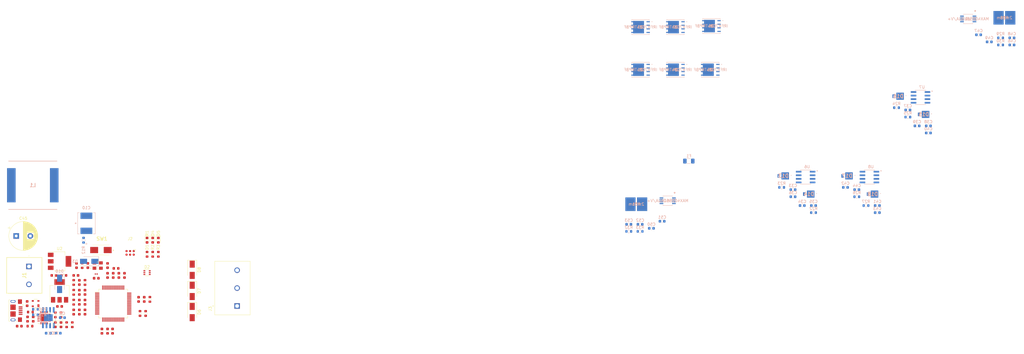
<source format=kicad_pcb>
(kicad_pcb (version 20211014) (generator pcbnew)
  (layers (0 "F.Cu" signal) (1 "In1.Cu" power) (2 "In2.Cu" power) (31 "B.Cu" signal) (34 "B.Paste" user) (35 "F.Paste" user) (36 "B.SilkS" user "B.Silkscreen") (37 "F.SilkS" user "F.Silkscreen") (38 "B.Mask" user) (39 "F.Mask" user) (44 "Edge.Cuts" user))
  (net 0 "")
  (net 1 "Net-(C1-Pad1)")
  (net 2 "GND")
  (net 3 "VCC")
  (net 4 "+10V")
  (net 5 "Net-(C6-Pad1)")
  (net 6 "Net-(C7-Pad1)")
  (net 7 "+3V3")
  (net 8 "/MCU/VDDCORE")
  (net 9 "/MCU/VDDPLLUSB")
  (net 10 "/MCU/VDDPLL")
  (net 11 "/MCU/XIN")
  (net 12 "/MCU/XOUT")
  (net 13 "+5V")
  (net 14 "/Powerstage/Gate_driver_phase_U/HS")
  (net 15 "Net-(C35-Pad1)")
  (net 16 "/Powerstage/Gate_driver_phase_V/HS")
  (net 17 "Net-(C39-Pad1)")
  (net 18 "/PHASE_W")
  (net 19 "Net-(C8-Pad1)")
  (net 20 "Net-(C48-Pad1)")
  (net 21 "Net-(D1-Pad2)")
  (net 22 "/SWDIO")
  (net 23 "/SWCLK")
  (net 24 "/TRACESWO")
  (net 25 "/NRST")
  (net 26 "Net-(D4-Pad2)")
  (net 27 "Net-(D5-Pad2)")
  (net 28 "/PHASE_V")
  (net 29 "/PHASE_U")
  (net 30 "Net-(C8-Pad2)")
  (net 31 "/USB_DM")
  (net 32 "/USB_DP")
  (net 33 "Net-(D11-Pad1)")
  (net 34 "Net-(D11-Pad2)")
  (net 35 "Net-(D12-Pad1)")
  (net 36 "Net-(D12-Pad2)")
  (net 37 "Net-(D13-Pad1)")
  (net 38 "Net-(D14-Pad1)")
  (net 39 "Net-(D15-Pad1)")
  (net 40 "Net-(D16-Pad1)")
  (net 41 "Net-(D17-Pad1)")
  (net 42 "Net-(D18-Pad1)")
  (net 44 "Net-(L2-Pad1)")
  (net 45 "/Powerstage/Gate_driver_phase_U/HO")
  (net 46 "/Powerstage/Gate_driver_phase_U/LO")
  (net 47 "/Powerstage/Gate_driver_phase_V/HO")
  (net 48 "/Powerstage/Gate_driver_phase_V/LO")
  (net 49 "/Powerstage/Gate_driver_phase_W/HO")
  (net 50 "/Powerstage/Gate_driver_phase_W/LO")
  (net 51 "/MCU/LED_0")
  (net 52 "/MCU/LED_1")
  (net 53 "/MCU/LED_2")
  (net 54 "/MCU/V_sense")
  (net 55 "Net-(C9-Pad1)")
  (net 56 "Net-(C10-Pad1)")
  (net 57 "Net-(C43-Pad1)")
  (net 58 "Net-(C52-Pad1)")
  (net 59 "Net-(R10-Pad2)")
  (net 61 "/MCU/overcurr_err_U")
  (net 62 "/MCU/overcurr_err_V")
  (net 63 "/UART_USB_BRIDGE/VBUS")
  (net 64 "Net-(R19-Pad2)")
  (net 65 "Net-(R29-Pad2)")
  (net 66 "Net-(R32-Pad2)")
  (net 70 "/MCU/curr_sense_U")
  (net 71 "/MCU/PWM_L2")
  (net 72 "/MCU/curr_sense_V")
  (net 77 "/MCU/UART0_RX")
  (net 78 "/MCU/PWM_H1")
  (net 81 "/MCU/UART0_TX")
  (net 83 "/MCU/PWM_L1")
  (net 86 "/MCU/PWM_H0")
  (net 87 "/MCU/PWM_L0")
  (net 88 "/MCU/PWM_H2")
  (footprint "1714955:1714955" (layer "F.Cu") (at 94.65 101.82 -90)
    (fp_text reference "J1" (at 3.18 1.65 90) (layer "F.SilkS") (effects (font (size 1.27 1.27) (thickness 0.254))))
    (fp_text value "vcc_connector" hide)
    (pad "1" thru_hole rect locked (at 0 0 270) (size 1.95 1.95) (drill 1.3) (layers *.Cu *.Mask) (net 2 "GND"))
    (pad "2" thru_hole circle locked (at 6.35 0 270) (size 1.95 1.95) (drill 1.3) (layers *.Cu *.Mask) (net 3 "VCC"))
  )
  (footprint "Capacitor_SMD:C_0603_1608Metric" (layer "F.Cu") (at 112.5 118 -90)
    (fp_text reference "C25")
    (fp_text value "100nF")
    (pad "1" smd roundrect (at -0.775 0 270) (size 0.9 0.95) (layers "F.Cu" "F.Paste" "F.Mask") (net 7 "+3V3"))
    (pad "2" smd roundrect (at 0.775 0 270) (size 0.9 0.95) (layers "F.Cu" "F.Paste" "F.Mask") (net 2 "GND"))
  )
  (footprint "Resistor_SMD:R_0603_1608Metric" (layer "F.Cu") (at 136.5 97.5 90)
    (fp_text reference "R1" (at 7.5 0 90) (layer "F.SilkS"))
    (fp_text value "330R")
    (pad "1" smd roundrect (at -0.825 0 90) (size 0.8 0.95) (layers "F.Cu" "F.Paste" "F.Mask") (net 51 "/MCU/LED_0"))
    (pad "2" smd roundrect (at 0.825 0 90) (size 0.8 0.95) (layers "F.Cu" "F.Paste" "F.Mask") (net 21 "Net-(D1-Pad2)"))
  )
  (footprint "Inductor_SMD:L_0603_1608Metric" (layer "F.Cu") (at 125.5 102.5)
    (fp_text reference "FB1")
    (fp_text value "470R@100MHz")
    (pad "1" smd roundrect (at -0.7875 0) (size 0.875 0.95) (layers "F.Cu" "F.Paste" "F.Mask") (net 8 "/MCU/VDDCORE"))
    (pad "2" smd roundrect (at 0.7875 0) (size 0.875 0.95) (layers "F.Cu" "F.Paste" "F.Mask") (net 10 "/MCU/VDDPLL"))
  )
  (footprint "Resistor_SMD:R_0603_1608Metric" (layer "F.Cu") (at 107 105)
    (fp_text reference "R5")
    (fp_text value "0R")
    (pad "1" smd roundrect (at -0.825 0) (size 0.8 0.95) (layers "F.Cu" "F.Paste" "F.Mask") (net 5 "Net-(C6-Pad1)"))
    (pad "2" smd roundrect (at 0.825 0) (size 0.8 0.95) (layers "F.Cu" "F.Paste" "F.Mask") (net 13 "+5V"))
  )
  (footprint "Capacitor_SMD:C_0603_1608Metric" (layer "F.Cu") (at 111.5 101.5 -90)
    (fp_text reference "C7")
    (fp_text value "22uF")
    (pad "1" smd roundrect (at -0.775 0 270) (size 0.9 0.95) (layers "F.Cu" "F.Paste" "F.Mask") (net 6 "Net-(C7-Pad1)"))
    (pad "2" smd roundrect (at 0.775 0 270) (size 0.9 0.95) (layers "F.Cu" "F.Paste" "F.Mask") (net 2 "GND"))
  )
  (footprint "Capacitor_SMD:C_0603_1608Metric" (layer "F.Cu") (at 115.5 101.5 90)
    (fp_text reference "C27")
    (fp_text value "100nF")
    (pad "1" smd roundrect (at -0.775 0 90) (size 0.9 0.95) (layers "F.Cu" "F.Paste" "F.Mask") (net 11 "/MCU/XIN"))
    (pad "2" smd roundrect (at 0.775 0 90) (size 0.9 0.95) (layers "F.Cu" "F.Paste" "F.Mask") (net 2 "GND"))
  )
  (footprint "Package_DFN_QFN:QFN-24-1EP_4x4mm_P0.5mm_EP2.6x2.6mm" (layer "F.Cu") (at 100 120)
    (fp_text reference "U5")
    (fp_text value "CP2102N-Axx-xQFN24")
    (pad "1" smd roundrect (at -1.9375 -1.25) (size 0.825 0.25) (layers "F.Cu" "F.Paste" "F.Mask"))
    (pad "2" smd roundrect (at -1.9375 -0.75) (size 0.825 0.25) (layers "F.Cu" "F.Paste" "F.Mask") (net 2 "GND"))
    (pad "3" smd roundrect (at -1.9375 -0.25) (size 0.825 0.25) (layers "F.Cu" "F.Paste" "F.Mask") (net 32 "/USB_DP"))
    (pad "4" smd roundrect (at -1.9375 0.25) (size 0.825 0.25) (layers "F.Cu" "F.Paste" "F.Mask") (net 31 "/USB_DM"))
    (pad "5" smd roundrect (at -1.9375 0.75) (size 0.825 0.25) (layers "F.Cu" "F.Paste" "F.Mask") (net 7 "+3V3"))
    (pad "6" smd roundrect (at -1.9375 1.25) (size 0.825 0.25) (layers "F.Cu" "F.Paste" "F.Mask") (net 7 "+3V3"))
    (pad "7" smd roundrect (at -1.25 1.9375) (size 0.25 0.825) (layers "F.Cu" "F.Paste" "F.Mask") (net 7 "+3V3"))
    (pad "8" smd roundrect (at -0.75 1.9375) (size 0.25 0.825) (layers "F.Cu" "F.Paste" "F.Mask") (net 63 "/UART_USB_BRIDGE/VBUS"))
    (pad "9" smd roundrect (at -0.25 1.9375) (size 0.25 0.825) (layers "F.Cu" "F.Paste" "F.Mask") (net 64 "Net-(R19-Pad2)"))
    (pad "10" smd roundrect (at 0.25 1.9375) (size 0.25 0.825) (layers "F.Cu" "F.Paste" "F.Mask"))
    (pad "11" smd roundrect (at 0.75 1.9375) (size 0.25 0.825) (layers "F.Cu" "F.Paste" "F.Mask"))
    (pad "12" smd roundrect (at 1.25 1.9375) (size 0.25 0.825) (layers "F.Cu" "F.Paste" "F.Mask"))
    (pad "13" smd roundrect (at 1.9375 1.25) (size 0.825 0.25) (layers "F.Cu" "F.Paste" "F.Mask") (net 35 "Net-(D12-Pad1)"))
    (pad "14" smd roundrect (at 1.9375 0.75) (size 0.825 0.25) (layers "F.Cu" "F.Paste" "F.Mask") (net 33 "Net-(D11-Pad1)"))
    (pad "15" smd roundrect (at 1.9375 0.25) (size 0.825 0.25) (layers "F.Cu" "F.Paste" "F.Mask"))
    (pad "16" smd roundrect (at 1.9375 -0.25) (size 0.825 0.25) (layers "F.Cu" "F.Paste" "F.Mask"))
    (pad "17" smd roundrect (at 1.9375 -0.75) (size 0.825 0.25) (layers "F.Cu" "F.Paste" "F.Mask"))
    (pad "18" smd roundrect (at 1.9375 -1.25) (size 0.825 0.25) (layers "F.Cu" "F.Paste" "F.Mask"))
    (pad "19" smd roundrect (at 1.25 -1.9375) (size 0.25 0.825) (layers "F.Cu" "F.Paste" "F.Mask"))
    (pad "20" smd roundrect (at 0.75 -1.9375) (size 0.25 0.825) (layers "F.Cu" "F.Paste" "F.Mask") (net 77 "/MCU/UART0_RX"))
    (pad "21" smd roundrect (at 0.25 -1.9375) (size 0.25 0.825) (layers "F.Cu" "F.Paste" "F.Mask") (net 81 "/MCU/UART0_TX"))
    (pad "22" smd roundrect (at -0.25 -1.9375) (size 0.25 0.825) (layers "F.Cu" "F.Paste" "F.Mask"))
    (pad "23" smd roundrect (at -0.75 -1.9375) (size 0.25 0.825) (layers "F.Cu" "F.Paste" "F.Mask"))
    (pad "24" smd roundrect (at -1.25 -1.9375) (size 0.25 0.825) (layers "F.Cu" "F.Paste" "F.Mask"))
    (pad "25" smd rect (at 0 0) (size 2.6 2.6) (layers "F.Cu" "F.Mask") (net 2 "GND"))
  )
  (footprint "Capacitor_SMD:C_0603_1608Metric" (layer "F.Cu") (at 122.5 101.5 -90)
    (fp_text reference "C28")
    (fp_text value "100nF")
    (pad "1" smd roundrect (at -0.775 0 270) (size 0.9 0.95) (layers "F.Cu" "F.Paste" "F.Mask") (net 12 "/MCU/XOUT"))
    (pad "2" smd roundrect (at 0.775 0 270) (size 0.9 0.95) (layers "F.Cu" "F.Paste" "F.Mask") (net 2 "GND"))
  )
  (footprint "ECS-120-10-33B-CKM-TR:XTAL_ECS-120-10-33B-CKM-TR" (layer "F.Cu") (at 119 101.5)
    (fp_text reference "Y1")
    (fp_text value "Crystal_GND2")
    (pad "1" smd rect locked (at -1.15 0.95) (size 1.3 1.1) (layers "F.Cu" "F.Paste" "F.Mask") (net 11 "/MCU/XIN"))
    (pad "2" smd rect locked (at 1.15 0.95) (size 1.3 1.1) (layers "F.Cu" "F.Paste" "F.Mask") (net 2 "GND"))
    (pad "3" smd rect locked (at 1.15 -0.95) (size 1.3 1.1) (layers "F.Cu" "F.Paste" "F.Mask") (net 12 "/MCU/XOUT"))
    (pad "4" smd rect locked (at -1.15 -0.95) (size 1.3 1.1) (layers "F.Cu" "F.Paste" "F.Mask") (net 2 "GND"))
  )
  (footprint "Resistor_SMD:R_0603_1608Metric" (layer "F.Cu") (at 138.5 97.5 90)
    (fp_text reference "R2" (at 2.5 0 90) (layer "F.SilkS"))
    (fp_text value "330R")
    (pad "1" smd roundrect (at -0.825 0 90) (size 0.8 0.95) (layers "F.Cu" "F.Paste" "F.Mask") (net 52 "/MCU/LED_1"))
    (pad "2" smd roundrect (at 0.825 0 90) (size 0.8 0.95) (layers "F.Cu" "F.Paste" "F.Mask") (net 26 "Net-(D4-Pad2)"))
  )
  (footprint "Resistor_SMD:R_0603_1608Metric" (layer "F.Cu") (at 113.5 101.5 -90)
    (fp_text reference "R6")
    (fp_text value "0R")
    (pad "1" smd roundrect (at -0.825 0 270) (size 0.8 0.95) (layers "F.Cu" "F.Paste" "F.Mask") (net 6 "Net-(C7-Pad1)"))
    (pad "2" smd roundrect (at 0.825 0 270) (size 0.8 0.95) (layers "F.Cu" "F.Paste" "F.Mask") (net 7 "+3V3"))
  )
  (footprint "Resistor_SMD:R_0603_1608Metric" (layer "F.Cu") (at 95.15 118)
    (fp_text reference "R17")
    (fp_text value "22.1K")
    (pad "1" smd roundrect (at -0.825 0) (size 0.8 0.95) (layers "F.Cu" "F.Paste" "F.Mask") (net 13 "+5V"))
    (pad "2" smd roundrect (at 0.825 0) (size 0.8 0.95) (layers "F.Cu" "F.Paste" "F.Mask") (net 63 "/UART_USB_BRIDGE/VBUS"))
  )
  (footprint "LED_SMD:LED_0603_1608Metric" (layer "F.Cu") (at 136.5 92.5 -90)
    (fp_text reference "D1" (at 2.5 0 90) (layer "F.SilkS"))
    (fp_text value "LED green")
    (pad "1" smd roundrect (at -0.7875 0 270) (size 0.875 0.95) (layers "F.Cu" "F.Paste" "F.Mask") (net 2 "GND"))
    (pad "2" smd roundrect (at 0.7875 0 270) (size 0.875 0.95) (layers "F.Cu" "F.Paste" "F.Mask") (net 21 "Net-(D1-Pad2)"))
  )
  (footprint "Package_TO_SOT_SMD:SOT-223-3_TabPin2" (layer "F.Cu") (at 105.5 100)
    (fp_text reference "U2" (at 0 -4.5) (layer "F.SilkS"))
    (fp_text value "AZ1117CH-3.3TRG1")
    (pad "1" smd rect (at -3.15 -2.3) (size 2 1.5) (layers "F.Cu" "F.Paste" "F.Mask") (net 2 "GND"))
    (pad "2" smd rect (at -3.15 0) (size 2 1.5) (layers "F.Cu" "F.Paste" "F.Mask") (net 6 "Net-(C7-Pad1)"))
    (pad "2" smd rect (at 3.15 0) (size 2 3.8) (layers "F.Cu" "F.Paste" "F.Mask") (net 6 "Net-(C7-Pad1)"))
    (pad "3" smd rect (at -3.15 2.3) (size 2 1.5) (layers "F.Cu" "F.Paste" "F.Mask") (net 13 "+5V"))
  )
  (footprint "LED_SMD:LED_0603_1608Metric" (layer "F.Cu") (at 138.5 92.5 -90)
    (fp_text reference "D4" (at -2.5 0 90) (layer "F.SilkS"))
    (fp_text value "LED green")
    (pad "1" smd roundrect (at -0.7875 0 270) (size 0.875 0.95) (layers "F.Cu" "F.Paste" "F.Mask") (net 2 "GND"))
    (pad "2" smd roundrect (at 0.7875 0 270) (size 0.875 0.95) (layers "F.Cu" "F.Paste" "F.Mask") (net 26 "Net-(D4-Pad2)"))
  )
  (footprint "LED_SMD:LED_0603_1608Metric" (layer "F.Cu") (at 140.5 92.5 -90)
    (fp_text reference "D5" (at -2.5 0 90) (layer "F.SilkS"))
    (fp_text value "LED red")
    (pad "1" smd roundrect (at -0.7875 0 270) (size 0.875 0.95) (layers "F.Cu" "F.Paste" "F.Mask") (net 2 "GND"))
    (pad "2" smd roundrect (at 0.7875 0 270) (size 0.875 0.95) (layers "F.Cu" "F.Paste" "F.Mask") (net 27 "Net-(D5-Pad2)"))
  )
  (footprint "Capacitor_SMD:C_0603_1608Metric" (layer "F.Cu") (at 114.5 111 90)
    (fp_text reference "C22")
    (fp_text value "100nF")
    (pad "1" smd roundrect (at -0.775 0 90) (size 0.9 0.95) (layers "F.Cu" "F.Paste" "F.Mask") (net 8 "/MCU/VDDCORE"))
    (pad "2" smd roundrect (at 0.775 0 90) (size 0.9 0.95) (layers "F.Cu" "F.Paste" "F.Mask") (net 2 "GND"))
  )
  (footprint "Inductor_SMD:L_0201_0603Metric" (layer "F.Cu") (at 118.5 104.5)
    (fp_text reference "L2")
    (fp_text value "10uH - 60mA")
    (pad "1" smd roundrect (at -0.32 0) (size 0.46 0.4) (layers "F.Cu" "F.Mask") (net 44 "Net-(L2-Pad1)"))
    (pad "2" smd roundrect (at 0.32 0) (size 0.46 0.4) (layers "F.Cu" "F.Mask") (net 9 "/MCU/VDDPLLUSB"))
  )
  (footprint "Resistor_SMD:R_0603_1608Metric" (layer "F.Cu") (at 108 122.5 -90)
    (fp_text reference "R20")
    (fp_text value "330R")
    (pad "1" smd roundrect (at -0.825 0 270) (size 0.8 0.95) (layers "F.Cu" "F.Paste" "F.Mask") (net 7 "+3V3"))
    (pad "2" smd roundrect (at 0.825 0 270) (size 0.8 0.95) (layers "F.Cu" "F.Paste" "F.Mask") (net 34 "Net-(D11-Pad2)"))
  )
  (footprint "Capacitor_SMD:C_0603_1608Metric" (layer "F.Cu") (at 128.5 105 90)
    (fp_text reference "C24")
    (fp_text value "100nF")
    (pad "1" smd roundrect (at -0.775 0 90) (size 0.9 0.95) (layers "F.Cu" "F.Paste" "F.Mask") (net 10 "/MCU/VDDPLL"))
    (pad "2" smd roundrect (at 0.775 0 90) (size 0.9 0.95) (layers "F.Cu" "F.Paste" "F.Mask") (net 2 "GND"))
  )
  (footprint "Capacitor_SMD:C_0603_1608Metric" (layer "F.Cu") (at 124.5 105 90)
    (fp_text reference "C17")
    (fp_text value "100nF")
    (pad "1" smd roundrect (at -0.775 0 90) (size 0.9 0.95) (layers "F.Cu" "F.Paste" "F.Mask") (net 7 "+3V3"))
    (pad "2" smd roundrect (at 0.775 0 90) (size 0.9 0.95) (layers "F.Cu" "F.Paste" "F.Mask") (net 2 "GND"))
  )
  (footprint "Resistor_SMD:R_0603_1608Metric" (layer "F.Cu") (at 110 122.5 -90)
    (fp_text reference "R21")
    (fp_text value "330R")
    (pad "1" smd roundrect (at -0.825 0 270) (size 0.8 0.95) (layers "F.Cu" "F.Paste" "F.Mask") (net 7 "+3V3"))
    (pad "2" smd roundrect (at 0.825 0 270) (size 0.8 0.95) (layers "F.Cu" "F.Paste" "F.Mask") (net 36 "Net-(D12-Pad2)"))
  )
  (footprint "Capacitor_SMD:C_0603_1608Metric" (layer "F.Cu") (at 110.5 118 -90)
    (fp_text reference "C20")
    (fp_text value "100nF")
    (pad "1" smd roundrect (at -0.775 0 270) (size 0.9 0.95) (layers "F.Cu" "F.Paste" "F.Mask") (net 7 "+3V3"))
    (pad "2" smd roundrect (at 0.775 0 270) (size 0.9 0.95) (layers "F.Cu" "F.Paste" "F.Mask") (net 2 "GND"))
  )
  (footprint "Capacitor_SMD:C_0603_1608Metric" (layer "F.Cu") (at 103.5 105 180)
    (fp_text reference "C6")
    (fp_text value "22uF")
    (pad "1" smd roundrect (at -0.775 0 180) (size 0.9 0.95) (layers "F.Cu" "F.Paste" "F.Mask") (net 5 "Net-(C6-Pad1)"))
    (pad "2" smd roundrect (at 0.775 0 180) (size 0.9 0.95) (layers "F.Cu" "F.Paste" "F.Mask") (net 2 "GND"))
  )
  (footprint "Capacitor_SMD:C_0603_1608Metric" (layer "F.Cu") (at 112.5 111 90)
    (fp_text reference "C15")
    (fp_text value "1uF")
    (pad "1" smd roundrect (at -0.775 0 90) (size 0.9 0.95) (layers "F.Cu" "F.Paste" "F.Mask") (net 8 "/MCU/VDDCORE"))
    (pad "2" smd roundrect (at 0.775 0 90) (size 0.9 0.95) (layers "F.Cu" "F.Paste" "F.Mask") (net 2 "GND"))
  )
  (footprint "Package_TO_SOT_SMD:SOT-223-3_TabPin2" (layer "F.Cu") (at 105.5 110.5 90)
    (fp_text reference "U1")
    (fp_text value "AZ1117CH-5.0TRG1")
    (pad "1" smd rect (at -3.15 -2.3 90) (size 2 1.5) (layers "F.Cu" "F.Paste" "F.Mask") (net 2 "GND"))
    (pad "2" smd rect (at 3.15 0 90) (size 2 3.8) (layers "F.Cu" "F.Paste" "F.Mask") (net 5 "Net-(C6-Pad1)"))
    (pad "2" smd rect (at -3.15 0 90) (size 2 1.5) (layers "F.Cu" "F.Paste" "F.Mask") (net 5 "Net-(C6-Pad1)"))
    (pad "3" smd rect (at -3.15 2.3 90) (size 2 1.5) (layers "F.Cu" "F.Paste" "F.Mask") (net 4 "+10V"))
  )
  (footprint "796740-3:TE_796740-3" (layer "F.Cu") (at 168.4125 109.5 90)
    (fp_text reference "J3" (at -7.355 -9.535 90) (layer "F.SilkS"))
    (fp_text value "motor_connector")
    (pad "1" thru_hole rect locked (at -6.35 0 90) (size 1.95 1.95) (drill 1.3) (layers *.Cu *.Mask) (net 18 "/PHASE_W"))
    (pad "2" thru_hole circle locked (at 0 0 90) (size 1.95 1.95) (drill 1.3) (layers *.Cu *.Mask) (net 28 "/PHASE_V"))
    (pad "3" thru_hole circle locked (at 6.35 0 90) (size 1.95 1.95) (drill 1.3) (layers *.Cu *.Mask) (net 29 "/PHASE_U"))
  )
  (footprint "Capacitor_SMD:C_0603_1608Metric" (layer "F.Cu") (at 118.5 106 180)
    (fp_text reference "C19")
    (fp_text value "4.7uF")
    (pad "1" smd roundrect (at -0.775 0 180) (size 0.9 0.95) (layers "F.Cu" "F.Paste" "F.Mask") (net 9 "/MCU/VDDPLLUSB"))
    (pad "2" smd roundrect (at 0.775 0 180) (size 0.9 0.95) (layers "F.Cu" "F.Paste" "F.Mask") (net 2 "GND"))
  )
  (footprint "Resistor_SMD:R_0603_1608Metric" (layer "F.Cu") (at 140.5 97.5 90)
    (fp_text reference "R3" (at 2.5 0 90) (layer "F.SilkS"))
    (fp_text value "330R")
    (pad "1" smd roundrect (at -0.825 0 90) (size 0.8 0.95) (layers "F.Cu" "F.Paste" "F.Mask") (net 53 "/MCU/LED_2"))
    (pad "2" smd roundrect (at 0.825 0 90) (size 0.8 0.95) (layers "F.Cu" "F.Paste" "F.Mask") (net 27 "Net-(D5-Pad2)"))
  )
  (footprint "Resistor_SMD:R_0603_1608Metric" (layer "F.Cu") (at 110.5 114.5 -90)
    (fp_text reference "R9")
    (fp_text value "0R")
    (pad "1" smd roundrect (at -0.825 0 270) (size 0.8 0.95) (layers "F.Cu" "F.Paste" "F.Mask") (net 55 "Net-(C9-Pad1)"))
    (pad "2" smd roundrect (at 0.825 0 270) (size 0.8 0.95) (layers "F.Cu" "F.Paste" "F.Mask") (net 54 "/MCU/V_sense"))
  )
  (footprint "Capacitor_SMD:C_0603_1608Metric" (layer "F.Cu") (at 122.5 105 90)
    (fp_text reference "C13")
    (fp_text value "100nF")
    (pad "1" smd roundrect (at -0.775 0 90) (size 0.9 0.95) (layers "F.Cu" "F.Paste" "F.Mask") (net 8 "/MCU/VDDCORE"))
    (pad "2" smd roundrect (at 0.775 0 90) (size 0.9 0.95) (layers "F.Cu" "F.Paste" "F.Mask") (net 2 "GND"))
  )
  (footprint "LED_SMD:LED_0603_1608Metric" (layer "F.Cu") (at 106 122.5 -90)
    (fp_text reference "D12")
    (fp_text value "LED orange")
    (pad "1" smd roundrect (at -0.7875 0 270) (size 0.875 0.95) (layers "F.Cu" "F.Paste" "F.Mask") (net 35 "Net-(D12-Pad1)"))
    (pad "2" smd roundrect (at 0.7875 0 270) (size 0.875 0.95) (layers "F.Cu" "F.Paste" "F.Mask") (net 36 "Net-(D12-Pad2)"))
  )
  (footprint "Capacitor_SMD:C_0603_1608Metric" (layer "F.Cu") (at 133.5 113.5 90)
    (fp_text reference "C12")
    (fp_text value "100nF")
    (pad "1" smd roundrect (at -0.775 0 90) (size 0.9 0.95) (layers "F.Cu" "F.Paste" "F.Mask") (net 7 "+3V3"))
    (pad "2" smd roundrect (at 0.775 0 90) (size 0.9 0.95) (layers "F.Cu" "F.Paste" "F.Mask") (net 2 "GND"))
  )
  (footprint "10118193-0001LF:FCI_10118193-0001LF" (layer "F.Cu") (at 89 117.5 -90)
    (fp_text reference "J4")
    (fp_text value "10118193-0001LF")
    (pad "" np_thru_hole circle locked (at -3.3 0 270) (size 0.5 0.5) (drill 0.5) (layers *.Cu *.Mask))
    (pad "" np_thru_hole circle locked (at 3.3 0 270) (size 0.5 0.5) (drill 0.5) (layers *.Cu *.Mask))
    (pad "1" smd rect locked (at -1.3 -2.675 270) (size 0.4 1.35) (layers "F.Cu" "F.Paste" "F.Mask") (net 13 "+5V"))
    (pad "2" smd rect locked (at -0.65 -2.675 270) (size 0.4 1.35) (layers "F.Cu" "F.Paste" "F.Mask") (net 31 "/USB_DM"))
    (pad "3" smd rect locked (at 0 -2.675 270) (size 0.4 1.35) (layers "F.Cu" "F.Paste" "F.Mask") (net 32 "/USB_DP"))
    (pad "4" smd rect locked (at 0.65 -2.675 270) (size 0.4 1.35) (layers "F.Cu" "F.Paste" "F.Mask"))
    (pad "5" smd rect locked (at 1.3 -2.675 270) (size 0.4 1.35) (layers "F.Cu" "F.Paste" "F.Mask") (net 2 "GND"))
    (pad "S1" smd rect locked (at -3.2 -2.45 270) (size 1.6 1.4) (layers "F.Cu" "F.Paste" "F.Mask") (net 1 "Net-(C1-Pad1)"))
    (pad "S2" smd rect locked (at 3.2 -2.45 270) (size 1.6 1.4) (layers "F.Cu" "F.Paste" "F.Mask") (net 1 "Net-(C1-Pad1)"))
    (pad "S3" smd rect locked (at 1.2 0 270) (size 1.9 1.9) (layers "F.Cu" "F.Paste" "F.Mask") (net 1 "Net-(C1-Pad1)"))
    (pad "S4" smd rect locked (at -1.2 0 270) (size 1.9 1.9) (layers "F.Cu" "F.Paste" "F.Mask") (net 1 "Net-(C1-Pad1)"))
    (pad "S5" thru_hole oval locked (at -3.3 0 270) (size 0.9 1.8) (drill oval 0.5 1.2) (layers *.Cu *.Mask) (net 1 "Net-(C1-Pad1)"))
    (pad "S6" thru_hole oval locked (at 3.3 0 270) (size 0.9 1.8) (drill oval 0.5 1.2) (layers *.Cu *.Mask) (net 1 "Net-(C1-Pad1)"))
  )
  (footprint "Resistor_SMD:R_0603_1608Metric" (layer "F.Cu") (at 137.5 113.5 -90)
    (fp_text reference "R15")
    (fp_text value "33K")
    (pad "1" smd roundrect (at -0.825 0 270) (size 0.8 0.95) (layers "F.Cu" "F.Paste" "F.Mask") (net 7 "+3V3"))
    (pad "2" smd roundrect (at 0.825 0 270) (size 0.8 0.95) (layers "F.Cu" "F.Paste" "F.Mask") (net 23 "/SWCLK"))
  )
  (footprint "Diode_SMD:D_SMA" (layer "F.Cu") (at 152.5 103 -90)
    (fp_text reference "D8" (at 0 -2.5 90) (layer "F.SilkS"))
    (fp_text value "TVS, 50V")
    (pad "1" smd rect (at -2 0 270) (size 2.5 1.8) (layers "F.Cu" "F.Paste" "F.Mask") (net 29 "/PHASE_U"))
    (pad "2" smd rect (at 2 0 270) (size 2.5 1.8) (layers "F.Cu" "F.Paste" "F.Mask") (net 2 "GND"))
  )
  (footprint "FSM2JMTR:1478731" (layer "F.Cu") (at 120.5 96 180)
    (fp_text reference "SW1" (at 0 4) (layer "F.SilkS") (effects (font (size 1.27 1.27) (thickness 0.254))))
    (fp_text value "SW_Push" hide)
    (pad "1" smd rect locked (at -2.05 0 270) (size 2.2 2.8) (layers "F.Cu" "F.Paste" "F.Mask") (net 25 "/NRST"))
    (pad "2" smd rect locked (at 2.75 0 270) (size 2.2 2.8) (layers "F.Cu" "F.Paste" "F.Mask") (net 2 "GND"))
  )
  (footprint "Diode_SMD:D_SMA" (layer "F.Cu") (at 152.5 110.5 -90)
    (fp_text reference "D7" (at 0 -2.5 90) (layer "F.SilkS"))
    (fp_text value "TVS, 50V")
    (pad "1" smd rect (at -2 0 270) (size 2.5 1.8) (layers "F.Cu" "F.Paste" "F.Mask") (net 28 "/PHASE_V"))
    (pad "2" smd rect (at 2 0 270) (size 2.5 1.8) (layers "F.Cu" "F.Paste" "F.Mask") (net 2 "GND"))
  )
  (footprint "Capacitor_SMD:C_0603_1608Metric" (layer "F.Cu") (at 94.15 120.5 90)
    (fp_text reference "C31")
    (fp_text value "4.7uF")
    (pad "1" smd roundrect (at -0.775 0 90) (size 0.9 0.95) (layers "F.Cu" "F.Paste" "F.Mask") (net 7 "+3V3"))
    (pad "2" smd roundrect (at 0.775 0 90) (size 0.9 0.95) (layers "F.Cu" "F.Paste" "F.Mask") (net 2 "GND"))
  )
  (footprint "Capacitor_SMD:C_0603_1608Metric" (layer "F.Cu") (at 112.5 107.5 90)
    (fp_text reference "C9")
    (fp_text value "100nF")
    (pad "1" smd roundrect (at -0.775 0 90) (size 0.9 0.95) (layers "F.Cu" "F.Paste" "F.Mask") (net 55 "Net-(C9-Pad1)"))
    (pad "2" smd roundrect (at 0.775 0 90) (size 0.9 0.95) (layers "F.Cu" "F.Paste" "F.Mask") (net 2 "GND"))
  )
  (footprint "Capacitor_SMD:C_0603_1608Metric" (layer "F.Cu") (at 96.15 120.5 90)
    (fp_text reference "C32")
    (fp_text value "0.1uF")
    (pad "1" smd roundrect (at -0.775 0 90) (size 0.9 0.95) (layers "F.Cu" "F.Paste" "F.Mask") (net 7 "+3V3"))
    (pad "2" smd roundrect (at 0.775 0 90) (size 0.9 0.95) (layers "F.Cu" "F.Paste" "F.Mask") (net 2 "GND"))
  )
  (footprint "Connector:Tag-Connect_TC2030-IDC-FP_2x03_P1.27mm_Vertical" (layer "F.Cu") (at 130.5 97 180)
    (fp_text reference "J2" (at 0 5) (layer "F.SilkS"))
    (fp_text value "SWD_tag_connect")
    (pad "" np_thru_hole circle (at 0.635 -2.54 180) (size 2.3749 2.3749) (drill 2.3749) (layers *.Cu *.Mask))
    (pad "" np_thru_hole circle (at 2.54 -1.016 180) (size 0.9906 0.9906) (drill 0.9906) (layers *.Cu *.Mask))
    (pad "" np_thru_hole circle (at -2.54 2.54 180) (size 2.3749 2.3749) (drill 2.3749) (layers *.Cu *.Mask))
    (pad "" np_thru_hole circle (at 2.54 1.016 180) (size 0.9906 0.9906) (drill 0.9906) (layers *.Cu *.Mask))
    (pad "" np_thru_hole circle (at -2.54 0 180) (size 0.9906 0.9906) (drill 0.9906) (layers *.Cu *.Mask))
    (pad "" np_thru_hole circle (at -2.54 -2.54 180) (size 2.3749 2.3749) (drill 2.3749) (layers *.Cu *.Mask))
    (pad "" np_thru_hole circle (at 0.635 2.54 180) (size 2.3749 2.3749) (drill 2.3749) (layers *.Cu *.Mask))
    (pad "1" connect circle (at -1.27 0.635 180) (size 0.7874 0.7874) (layers "F.Cu" "F.Mask") (net 7 "+3V3"))
    (pad "2" connect circle (at -1.27 -0.635 180) (size 0.7874 0.7874) (layers "F.Cu" "F.Mask") (net 22 "/SWDIO"))
    (pad "3" connect circle (at 0 0.635 180) (size 0.7874 0.7874) (layers "F.Cu" "F.Mask") (net 25 "/NRST"))
    (pad "4" connect circle (at 0 -0.635 180) (size 0.7874 0.7874) (layers "F.Cu" "F.Mask") (net 23 "/SWCLK"))
    (pad "5" connect circle (at 1.27 0.635 180) (size 0.7874 0.7874) (layers "F.Cu" "F.Mask") (net 2 "GND"))
    (pad "6" connect circle (at 1.27 -0.635 180) (size 0.7874 0.7874) (layers "F.Cu" "F.Mask") (net 24 "/TRACESWO"))
  )
  (footprint "Package_TO_SOT_SMD:SOT-363_SC-70-6" (layer "F.Cu") (at 136.5 104)
    (fp_text reference "D2" (at 0 -2) (layer "F.SilkS"))
    (fp_text value "PESD3V3L5UY")
    (pad "1" smd rect (at -0.95 -0.65) (size 0.65 0.4) (layers "F.Cu" "F.Paste" "F.Mask") (net 7 "+3V3"))
    (pad "2" smd rect (at -0.95 0) (size 0.65 0.4) (layers "F.Cu" "F.Paste" "F.Mask") (net 2 "GND"))
    (pad "3" smd rect (at -0.95 0.65) (size 0.65 0.4) (layers "F.Cu" "F.Paste" "F.Mask") (net 22 "/SWDIO"))
    (pad "4" smd rect (at 0.95 0.65) (size 0.65 0.4) (layers "F.Cu" "F.Paste" "F.Mask") (net 23 "/SWCLK"))
    (pad "5" smd rect (at 0.95 0) (size 0.65 0.4) (layers "F.Cu" "F.Paste" "F.Mask") (net 24 "/TRACESWO"))
    (pad "6" smd rect (at 0.95 -0.65) (size 0.65 0.4) (layers "F.Cu" "F.Paste" "F.Mask") (net 25 "/NRST"))
  )
  (footprint "Capacitor_SMD:C_0603_1608Metric" (layer "F.Cu") (at 111.275 105)
    (fp_text reference "C3")
    (fp_text value "10uF")
    (pad "1" smd roundrect (at -0.775 0) (size 0.9 0.95) (layers "F.Cu" "F.Paste" "F.Mask") (net 13 "+5V"))
    (pad "2" smd roundrect (at 0.775 0) (size 0.9 0.95) (layers "F.Cu" "F.Paste" "F.Mask") (net 2 "GND"))
  )
  (footprint "Capacitor_SMD:C_0603_1608Metric" (layer "F.Cu") (at 126.5 105 90)
    (fp_text reference "C14")
    (fp_text value "100nF")
    (pad "1" smd roundrect (at -0.775 0 90) (size 0.9 0.95) (layers "F.Cu" "F.Paste" "F.Mask") (net 7 "+3V3"))
    (pad "2" smd roundrect (at 0.775 0 90) (size 0.9 0.95) (layers "F.Cu" "F.Paste" "F.Mask") (net 2 "GND"))
  )
  (footprint "Capacitor_SMD:C_0603_1608Metric" (layer "F.Cu") (at 120.5 124.775 -90)
    (fp_text reference "C23")
    (fp_text value "100nF")
    (pad "1" smd roundrect (at -0.775 0 270) (size 0.9 0.95) (layers "F.Cu" "F.Paste" "F.Mask") (net 8 "/MCU/VDDCORE"))
    (pad "2" smd roundrect (at 0.775 0 270) (size 0.9 0.95) (layers "F.Cu" "F.Paste" "F.Mask") (net 2 "GND"))
  )
  (footprint "Resistor_SMD:R_0603_1608Metric" (layer "F.Cu") (at 134 118.5 -90)
    (fp_text reference "R14")
    (fp_text value "33K")
    (pad "1" smd roundrect (at -0.825 0 270) (size 0.8 0.95) (layers "F.Cu" "F.Paste" "F.Mask") (net 22 "/SWDIO"))
    (pad "2" smd roundrect (at 0.825 0 270) (size 0.8 0.95) (layers "F.Cu" "F.Paste" "F.Mask") (net 7 "+3V3"))
  )
  (footprint "Capacitor_SMD:C_0603_1608Metric" (layer "F.Cu") (at 105.5 116 180)
    (fp_text reference "C2")
    (fp_text value "10uF")
    (pad "1" smd roundrect (at -0.775 0 180) (size 0.9 0.95) (layers "F.Cu" "F.Paste" "F.Mask") (net 4 "+10V"))
    (pad "2" smd roundrect (at 0.775 0 180) (size 0.9 0.95) (layers "F.Cu" "F.Paste" "F.Mask") (net 2 "GND"))
  )
  (footprint "Package_QFP:LQFP-64_10x10mm_P0.5mm" (layer "F.Cu") (at 124.5 115)
    (fp_text reference "U4")
    (fp_text value "ATSAME70J21A-AN")
    (pad "1" smd roundrect (at -5.675 -3.75) (size 1.55 0.3) (layers "F.Cu" "F.Paste" "F.Mask"))
    (pad "2" smd roundrect (at -5.675 -3.25) (size 1.55 0.3) (layers "F.Cu" "F.Paste" "F.Mask"))
    (pad "3" smd roundrect (at -5.675 -2.75) (size 1.55 0.3) (layers "F.Cu" "F.Paste" "F.Mask") (net 8 "/MCU/VDDCORE"))
    (pad "4" smd roundrect (at -5.675 -2.25) (size 1.55 0.3) (layers "F.Cu" "F.Paste" "F.Mask") (net 7 "+3V3"))
    (pad "5" smd roundrect (at -5.675 -1.75) (size 1.55 0.3) (layers "F.Cu" "F.Paste" "F.Mask") (net 7 "+3V3"))
    (pad "6" smd roundrect (at -5.675 -1.25) (size 1.55 0.3) (layers "F.Cu" "F.Paste" "F.Mask") (net 2 "GND"))
    (pad "7" smd roundrect (at -5.675 -0.75) (size 1.55 0.3) (layers "F.Cu" "F.Paste" "F.Mask") (net 61 "/MCU/overcurr_err_U"))
    (pad "8" smd roundrect (at -5.675 -0.25) (size 1.55 0.3) (layers "F.Cu" "F.Paste" "F.Mask") (net 62 "/MCU/overcurr_err_V"))
    (pad "9" smd roundrect (at -5.675 0.25) (size 1.55 0.3) (layers "F.Cu" "F.Paste" "F.Mask") (net 70 "/MCU/curr_sense_U"))
    (pad "10" smd roundrect (at -5.675 0.75) (size 1.55 0.3) (layers "F.Cu" "F.Paste" "F.Mask") (net 7 "+3V3"))
    (pad "11" smd roundrect (at -5.675 1.25) (size 1.55 0.3) (layers "F.Cu" "F.Paste" "F.Mask") (net 72 "/MCU/curr_sense_V"))
    (pad "12" smd roundrect (at -5.675 1.75) (size 1.55 0.3) (layers "F.Cu" "F.Paste" "F.Mask") (net 54 "/MCU/V_sense"))
    (pad "13" smd roundrect (at -5.675 2.25) (size 1.55 0.3) (layers "F.Cu" "F.Paste" "F.Mask") (net 8 "/MCU/VDDCORE"))
    (pad "14" smd roundrect (at -5.675 2.75) (size 1.55 0.3) (layers "F.Cu" "F.Paste" "F.Mask") (net 2 "GND"))
    (pad "15" smd roundrect (at -5.675 3.25) (size 1.55 0.3) (layers "F.Cu" "F.Paste" "F.Mask"))
    (pad "16" smd roundrect (at -5.675 3.75) (size 1.55 0.3) (layers "F.Cu" "F.Paste" "F.Mask"))
    (pad "17" smd roundrect (at -3.75 5.675) (size 0.3 1.55) (layers "F.Cu" "F.Paste" "F.Mask"))
    (pad "18" smd roundrect (at -3.25 5.675) (size 0.3 1.55) (layers "F.Cu" "F.Paste" "F.Mask"))
    (pad "19" smd roundrect (at -2.75 5.675) (size 0.3 1.55) (layers "F.Cu" "F.Paste" "F.Mask"))
    (pad "20" smd roundrect (at -2.25 5.675) (size 0.3 1.55) (layers "F.Cu" "F.Paste" "F.Mask"))
    (pad "21" smd roundrect (at -1.75 5.675) (size 0.3 1.55) (layers "F.Cu" "F.Paste" "F.Mask") (net 71 "/MCU/PWM_L2"))
    (pad "22" smd roundrect (at -1.25 5.675) (size 0.3 1.55) (layers "F.Cu" "F.Paste" "F.Mask"))
    (pad "23" smd roundrect (at -0.75 5.675) (size 0.3 1.55) (layers "F.Cu" "F.Paste" "F.Mask"))
    (pad "24" smd roundrect (at -0.25 5.675) (size 0.3 1.55) (layers "F.Cu" "F.Paste" "F.Mask") (net 8 "/MCU/VDDCORE"))
    (pad "25" smd roundrect (at 0.25 5.675) (size 0.3 1.55) (layers "F.Cu" "F.Paste" "F.Mask"))
    (pad "26" smd roundrect (at 0.75 5.675) (size 0.3 1.55) (layers "F.Cu" "F.Paste" "F.Mask"))
    (pad "27" smd roundrect (at 1.25 5.675) (size 0.3 1.55) (layers "F.Cu" "F.Paste" "F.Mask"))
    (pad "28" smd roundrect (at 1.75 5.675) (size 0.3 1.55) (layers "F.Cu" "F.Paste" "F.Mask") (net 77 "/MCU/UART0_RX"))
    (pad "29" smd roundrect (at 2.25 5.675) (size 0.3 1.55) (layers "F.Cu" "F.Paste" "F.Mask") (net 78 "/MCU/PWM_H1"))
    (pad "30" smd roundrect (at 2.75 5.675) (size 0.3 1.55) (layers "F.Cu" "F.Paste" "F.Mask"))
    (pad "31" smd roundrect (at 3.25 5.675) (size 0.3 1.55) (layers "F.Cu" "F.Paste" "F.Mask") (net 2 "GND"))
    (pad "32" smd roundrect (at 3.75 5.675) (size 0.3 1.55) (layers "F.Cu" "F.Paste" "F.Mask"))
    (pad "33" smd roundrect (at 5.675 3.75) (size 1.55 0.3) (layers "F.Cu" "F.Paste" "F.Mask") (net 81 "/MCU/UART0_TX"))
    (pad "34" smd roundrect (at 5.675 3.25) (size 1.55 0.3) (layers "F.Cu" "F.Paste" "F.Mask"))
    (pad "35" smd roundrect (at 5.675 2.75) (size 1.55 0.3) (layers "F.Cu" "F.Paste" "F.Mask") (net 22 "/SWDIO"))
    (pad "36" smd roundrect (at 5.675 2.25) (size 1.55 0.3) (layers "F.Cu" "F.Paste" "F.Mask") (net 25 "/NRST"))
    (pad "37" smd roundrect (at 5.675 1.75) (size 1.55 0.3) (layers "F.Cu" "F.Paste" "F.Mask") (net 2 "GND"))
    (pad "38" smd roundrect (at 5.675 1.25) (size 1.55 0.3) (layers "F.Cu" "F.Paste" "F.Mask") (net 83 "/MCU/PWM_L1"))
    (pad "39" smd roundrect (at 5.675 0.75) (size 1.55 0.3) (layers "F.Cu" "F.Paste" "F.Mask") (net 23 "/SWCLK"))
    (pad "40" smd roundrect (at 5.675 0.25) (size 1.55 0.3) (layers "F.Cu" "F.Paste" "F.Mask"))
    (pad "41" smd roundrect (at 5.675 -0.25) (size 1.55 0.3) (layers "F.Cu" "F.Paste" "F.Mask"))
    (pad "42" smd roundrect (at 5.675 -0.75) (size 1.55 0.3) (layers "F.Cu" "F.Paste" "F.Mask") (net 7 "+3V3"))
    (pad "43" smd roundrect (at 5.675 -1.25) (size 1.55 0.3) (layers "F.Cu" "F.Paste" "F.Mask") (net 86 "/MCU/PWM_H0"))
    (pad "44" smd roundrect (at 5.675 -1.75) (size 1.55 0.3) (layers "F.Cu" "F.Paste" "F.Mask") (net 87 "/MCU/PWM_L0"))
    (pad "45" smd roundrect (at 5.675 -2.25) (size 1.55 0.3) (layers "F.Cu" "F.Paste" "F.Mask") (net 2 "GND"))
    (pad "46" smd roundrect (at 5.675 -2.75) (size 1.55 0.3) (layers "F.Cu" "F.Paste" "F.Mask") (net 88 "/MCU/PWM_H2"))
    (pad "47" smd roundrect (at 5.675 -3.25) (size 1.55 0.3) (layers "F.Cu" "F.Paste" "F.Mask") (net 24 "/TRACESWO"))
    (pad "48" smd roundrect (at 5.675 -3.75) (size 1.55 0.3) (layers "F.Cu" "F.Paste" "F.Mask"))
    (pad "49" smd roundrect (at 3.75 -5.675) (size 0.3 1.55) (layers "F.Cu" "F.Paste" "F.Mask"))
    (pad "50" smd roundrect (at 3.25 -5.675) (size 0.3 1.55) (layers "F.Cu" "F.Paste" "F.Mask"))
    (pad "51" smd roundrect (at 2.75 -5.675) (size 0.3 1.55) (layers "F.Cu" "F.Paste" "F.Mask"))
    (pad "52" smd roundrect (at 2.25 -5.675) (size 0.3 1.55) (layers "F.Cu" "F.Paste" "F.Mask") (net 10 "/MCU/VDDPLL"))
    (pad "53" smd roundrect (at 1.75 -5.675) (size 0.3 1.55) (layers "F.Cu" "F.Paste" "F.Mask"))
    (pad "54" smd roundrect (at 1.25 -5.675) (size 0.3 1.55) (layers "F.Cu" "F.Paste" "F.Mask"))
    (pad "55" smd roundrect (at 0.75 -5.675) (size 0.3 1.55) (layers "F.Cu" "F.Paste" "F.Mask") (net 53 "/MCU/LED_2"))
    (pad "56" smd roundrect (at 0.25 -5.675) (size 0.3 1.55) (layers "F.Cu" "F.Paste" "F.Mask") (net 52 "/MCU/LED_1"))
    (pad "57" smd roundrect (at -0.25 -5.675) (size 0.3 1.55) (layers "F.Cu" "F.Paste" "F.Mask") (net 51 "/MCU/LED_0"))
    (pad "58" smd roundrect (at -0.75 -5.675) (size 0.3 1.55) (layers "F.Cu" "F.Paste" "F.Mask") (net 7 "+3V3"))
    (pad "59" smd roundrect (at -1.25 -5.675) (size 0.3 1.55) (layers "F.Cu" "F.Paste" "F.Mask"))
    (pad "60" smd roundrect (at -1.75 -5.675) (size 0.3 1.55) (layers "F.Cu" "F.Paste" "F.Mask"))
    (pad "61" smd roundrect (at -2.25 -5.675) (size 0.3 1.55) (layers "F.Cu" "F.Paste" "F.Mask") (net 8 "/MCU/VDDCORE"))
    (pad "62" smd roundrect (at -2.75 -5.675) (size 0.3 1.55) (layers "F.Cu" "F.Paste" "F.Mask") (net 12 "/MCU/XOUT"))
    (pad "63" smd roundrect (at -3.25 -5.675) (size 0.3 1.55) (layers "F.Cu" "F.Paste" "F.Mask") (net 11 "/MCU/XIN"))
    (pad "64" smd roundrect (at -3.75 -5.675) (size 0.3 1.55) (layers "F.Cu" "F.Paste" "F.Mask") (net 9 "/MCU/VDDPLLUSB"))
  )
  (footprint "Capacitor_SMD:C_0603_1608Metric" (layer "F.Cu") (at 114.5 118 -90)
    (fp_text reference "C26")
    (fp_text value "100nF")
    (pad "1" smd roundrect (at -0.775 0 270) (size 0.9 0.95) (layers "F.Cu" "F.Paste" "F.Mask") (net 8 "/MCU/VDDCORE"))
    (pad "2" smd roundrect (at 0.775 0 270) (size 0.9 0.95) (layers "F.Cu" "F.Paste" "F.Mask") (net 2 "GND"))
  )
  (footprint "Capacitor_SMD:C_0603_1608Metric" (layer "F.Cu") (at 112.5 114.5 -90)
    (fp_text reference "C21")
    (fp_text value "100nF")
    (pad "1" smd roundrect (at -0.775 0 270) (size 0.9 0.95) (layers "F.Cu" "F.Paste" "F.Mask") (net 7 "+3V3"))
    (pad "2" smd roundrect (at 0.775 0 270) (size 0.9 0.95) (layers "F.Cu" "F.Paste" "F.Mask") (net 2 "GND"))
  )
  (footprint "LED_SMD:LED_0603_1608Metric" (layer "F.Cu") (at 104 122.5 -90)
    (fp_text reference "D11")
    (fp_text value "LED orange")
    (pad "1" smd roundrect (at -0.7875 0 270) (size 0.875 0.95) (layers "F.Cu" "F.Paste" "F.Mask") (net 33 "Net-(D11-Pad1)"))
    (pad "2" smd roundrect (at 0.7875 0 270) (size 0.875 0.95) (layers "F.Cu" "F.Paste" "F.Mask") (net 34 "Net-(D11-Pad2)"))
  )
  (footprint "Diode_SMD:D_SMA" (layer "F.Cu") (at 152.5 118 -90)
    (fp_text reference "D6" (at 0 -2.5 90) (layer "F.SilkS"))
    (fp_text value "TVS, 50V")
    (pad "1" smd rect (at -2 0 270) (size 2.5 1.8) (layers "F.Cu" "F.Paste" "F.Mask") (net 18 "/PHASE_W"))
    (pad "2" smd rect (at 2 0 270) (size 2.5 1.8) (layers "F.Cu" "F.Paste" "F.Mask") (net 2 "GND"))
  )
  (footprint "Capacitor_SMD:C_0603_1608Metric" (layer "F.Cu") (at 135.5 113.5 90)
    (fp_text reference "C11")
    (fp_text value "4.7uF")
    (pad "1" smd roundrect (at -0.775 0 90) (size 0.9 0.95) (layers "F.Cu" "F.Paste" "F.Mask") (net 7 "+3V3"))
    (pad "2" smd roundrect (at 0.775 0 90) (size 0.9 0.95) (layers "F.Cu" "F.Paste" "F.Mask") (net 2 "GND"))
  )
  (footprint "Resistor_SMD:R_0603_1608Metric" (layer "F.Cu") (at 104 119 90)
    (fp_text reference "R19")
    (fp_text value "1K")
    (pad "1" smd roundrect (at -0.825 0 90) (size 0.8 0.95) (layers "F.Cu" "F.Paste" "F.Mask") (net 7 "+3V3"))
    (pad "2" smd roundrect (at 0.825 0 90) (size 0.8 0.95) (layers "F.Cu" "F.Paste" "F.Mask") (net 64 "Net-(R19-Pad2)"))
  )
  (footprint "Resistor_SMD:R_0603_1608Metric" (layer "F.Cu") (at 114.5 107.5 -90)
    (fp_text reference "R13")
    (fp_text value "2.2R")
    (pad "1" smd roundrect (at -0.825 0 270) (size 0.8 0.95) (layers "F.Cu" "F.Paste" "F.Mask") (net 44 "Net-(L2-Pad1)"))
    (pad "2" smd roundrect (at 0.825 0 270) (size 0.8 0.95) (layers "F.Cu" "F.Paste" "F.Mask") (net 7 "+3V3"))
  )
  (footprint "Resistor_SMD:R_0603_1608Metric" (layer "F.Cu") (at 106 119 90)
    (fp_text reference "R18")
    (fp_text value "47.5K")
    (pad "1" smd roundrect (at -0.825 0 90) (size 0.8 0.95) (layers "F.Cu" "F.Paste" "F.Mask") (net 63 "/UART_USB_BRIDGE/VBUS"))
    (pad "2" smd roundrect (at 0.825 0 90) (size 0.8 0.95) (layers "F.Cu" "F.Paste" "F.Mask") (net 2 "GND"))
  )
  (footprint "Capacitor_SMD:C_0603_1608Metric" (layer "F.Cu") (at 94 115 90)
    (fp_text reference "C30")
    (fp_text value "1uF")
    (pad "1" smd roundrect (at -0.775 0 90) (size 0.9 0.95) (layers "F.Cu" "F.Paste" "F.Mask") (net 13 "+5V"))
    (pad "2" smd roundrect (at 0.775 0 90) (size 0.9 0.95) (layers "F.Cu" "F.Paste" "F.Mask") (net 2 "GND"))
  )
  (footprint "Resistor_SMD:R_0603_1608Metric" (layer "F.Cu") (at 110.5 111 90)
    (fp_text reference "R8")
    (fp_text value "1K")
    (pad "1" smd roundrect (at -0.825 0 90) (size 0.8 0.95) (layers "F.Cu" "F.Paste" "F.Mask") (net 55 "Net-(C9-Pad1)"))
    (pad "2" smd roundrect (at 0.825 0 90) (size 0.8 0.95) (layers "F.Cu" "F.Paste" "F.Mask") (net 2 "GND"))
  )
  (footprint "Capacitor_SMD:C_0603_1608Metric" (layer "F.Cu") (at 124.275 124.775 -90)
    (fp_text reference "C16")
    (fp_text value "100nF")
    (pad "1" smd roundrect (at -0.775 0 270) (size 0.9 0.95) (layers "F.Cu" "F.Paste" "F.Mask") (net 8 "/MCU/VDDCORE"))
    (pad "2" smd roundrect (at 0.775 0 270) (size 0.9 0.95) (layers "F.Cu" "F.Paste" "F.Mask") (net 2 "GND"))
  )
  (footprint "Resistor_SMD:R_0603_1608Metric" (layer "F.Cu") (at 136 118.5 90)
    (fp_text reference "R16")
    (fp_text value "33K")
    (pad "1" smd roundrect (at -0.825 0 90) (size 0.8 0.95) (layers "F.Cu" "F.Paste" "F.Mask") (net 7 "+3V3"))
    (pad "2" smd roundrect (at 0.825 0 90) (size 0.8 0.95) (layers "F.Cu" "F.Paste" "F.Mask") (net 25 "/NRST"))
  )
  (footprint "Resistor_SMD:R_0603_1608Metric" (layer "F.Cu") (at 95 123)
    (fp_text reference "R4")
    (fp_text value "1M")
    (pad "1" smd roundrect (at -0.825 0) (size 0.8 0.95) (layers "F.Cu" "F.Paste" "F.Mask") (net 1 "Net-(C1-Pad1)"))
    (pad "2" smd roundrect (at 0.825 0) (size 0.8 0.95) (layers "F.Cu" "F.Paste" "F.Mask") (net 2 "GND"))
  )
  (footprint "Resistor_SMD:R_0603_1608Metric" (layer "F.Cu") (at 110.5 107.5 -90)
    (fp_text reference "R7")
    (fp_text value "4.7K")
    (pad "1" smd roundrect (at -0.825 0 270) (size 0.8 0.95) (layers "F.Cu" "F.Paste" "F.Mask") (net 3 "VCC"))
    (pad "2" smd roundrect (at 0.825 0 270) (size 0.8 0.95) (layers "F.Cu" "F.Paste" "F.Mask") (net 55 "Net-(C9-Pad1)"))
  )
  (footprint "Capacitor_SMD:C_0603_1608Metric" (layer "F.Cu") (at 114.5 114.5 -90)
    (fp_text reference "C29")
    (fp_text value "1uF")
    (pad "1" smd roundrect (at -0.775 0 270) (size 0.9 0.95) (layers "F.Cu" "F.Paste" "F.Mask") (net 7 "+3V3"))
    (pad "2" smd roundrect (at 0.775 0 270) (size 0.9 0.95) (layers "F.Cu" "F.Paste" "F.Mask") (net 2 "GND"))
  )
  (footprint "Capacitor_THT:CP_Radial_D10.0mm_P5.00mm" (layer "F.Cu") (at 90.132323 91)
    (fp_text reference "C45" (at 2.5 -6.25) (layer "F.SilkS"))
    (fp_text value "1000uF")
    (pad "1" thru_hole rect (at 0 0) (size 2 2) (drill 1) (layers *.Cu *.Mask) (net 3 "VCC"))
    (pad "2" thru_hole circle (at 5 0) (size 2 2) (drill 1) (layers *.Cu *.Mask) (net 2 "GND"))
  )
  (footprint "Package_TO_SOT_SMD:SOT-143" (layer "F.Cu") (at 97 115 180)
    (fp_text reference "D9")
    (fp_text value "SP0503BAHT")
    (pad "1" smd rect (at -1 -0.75 180) (size 0.7 1) (layers "F.Cu" "F.Paste" "F.Mask") (net 2 "GND"))
    (pad "2" smd rect (at -1 0.95 180) (size 0.7 0.6) (layers "F.Cu" "F.Paste" "F.Mask") (net 13 "+5V"))
    (pad "3" smd rect (at 1 0.95 180) (size 0.7 0.6) (layers "F.Cu" "F.Paste" "F.Mask") (net 31 "/USB_DM"))
    (pad "4" smd rect (at 1 -0.95 180) (size 0.7 0.6) (layers "F.Cu" "F.Paste" "F.Mask") (net 32 "/USB_DP"))
  )
  (footprint "Capacitor_SMD:C_0603_1608Metric" (layer "F.Cu") (at 122.5 124.775 -90)
    (fp_text reference "C18")
    (fp_text value "100nF")
    (pad "1" smd roundrect (at -0.775 0 270) (size 0.9 0.95) (layers "F.Cu" "F.Paste" "F.Mask") (net 8 "/MCU/VDDCORE"))
    (pad "2" smd roundrect (at 0.775 0 270) (size 0.9 0.95) (layers "F.Cu" "F.Paste" "F.Mask") (net 2 "GND"))
  )
  (footprint "Capacitor_SMD:C_0603_1608Metric" (layer "F.Cu") (at 91.225 123 180)
    (fp_text reference "C1")
    (fp_text value "4.7uF")
    (pad "1" smd roundrect (at -0.775 0 180) (size 0.9 0.95) (layers "F.Cu" "F.Paste" "F.Mask") (net 1 "Net-(C1-Pad1)"))
    (pad "2" smd roundrect (at 0.775 0 180) (size 0.9 0.95) (layers "F.Cu" "F.Paste" "F.Mask") (net 2 "GND"))
  )
  (footprint "IRFH7084PbF:IRFH7084TRPBF" (layer "B.Cu") (at 336.5 16.5 180)
    (fp_text reference "Q6" (at 0 0) (layer "B.SilkS") (effects (justify mirror)))
    (fp_text value "IRFH7084TRPBF" (at 0 0) (layer "B.SilkS") (effects (justify mirror)))
    (fp_text user "*" (at 0 0) (layer "B.SilkS") (effects (justify mirror)))
    (fp_poly (pts (xy -1.190996 2.1463) (xy 2.589007 2.1463) (xy 2.589007 -2.1463) (xy -1.190996 -2.1463)) (layer "B.Cu") (width 0.1) (fill solid))
    (pad "1" smd rect locked (at -2.707902 1.905 180) (size 1.1938 0.381) (layers "B.Cu" "B.Paste" "B.Mask") (net 2 "GND"))
    (pad "2" smd rect locked (at -2.707902 0.635 180) (size 1.1938 0.381) (layers "B.Cu" "B.Paste" "B.Mask") (net 2 "GND"))
    (pad "3" smd rect locked (at -2.707902 -0.635 180) (size 1.1938 0.381) (layers "B.Cu" "B.Paste" "B.Mask") (net 2 "GND"))
    (pad "4" smd rect locked (at -2.707902 -1.905 180) (size 1.1938 0.381) (layers "B.Cu" "B.Paste" "B.Mask") (net 50 "/Powerstage/Gate_driver_phase_W/LO"))
    (pad "5" smd rect locked (at 2.707902 -1.905 180) (size 1.1938 0.381) (layers "B.Cu" "B.Paste" "B.Mask") (net 18 "/PHASE_W"))
    (pad "6" smd rect locked (at 2.707902 -0.635 180) (size 1.1938 0.381) (layers "B.Cu" "B.Paste" "B.Mask") (net 18 "/PHASE_W"))
    (pad "7" smd rect locked (at 2.707902 0.635 180) (size 1.1938 0.381) (layers "B.Cu" "B.Paste" "B.Mask") (net 18 "/PHASE_W"))
    (pad "8" smd rect locked (at 2.707902 1.905 180) (size 1.1938 0.381) (layers "B.Cu" "B.Paste" "B.Mask") (net 18 "/PHASE_W"))
  )
  (footprint "Capacitor_SMD:C_0603_1608Metric" (layer "B.Cu") (at 319.02 85.77 180)
    (fp_text reference "C51" (at 0 1.43) (layer "B.SilkS") (effects (justify mirror)))
    (fp_text value "1uF")
    (pad "1" smd roundrect (at -0.775 0 180) (size 0.9 0.95) (layers "B.Cu" "B.Paste" "B.Mask") (net 7 "+3V3"))
    (pad "2" smd roundrect (at 0.775 0 180) (size 0.9 0.95) (layers "B.Cu" "B.Paste" "B.Mask") (net 2 "GND"))
  )
  (footprint "Capacitor_SMD:C_0603_1608Metric" (layer "B.Cu") (at 388.01 74.57 180)
    (fp_text reference "C44" (at 0 1.43) (layer "B.SilkS") (effects (justify mirror)))
    (fp_text value "1000pF")
    (pad "1" smd roundrect (at -0.775 0 180) (size 0.9 0.95) (layers "B.Cu" "B.Paste" "B.Mask") (net 57 "Net-(C43-Pad1)"))
    (pad "2" smd roundrect (at 0.775 0 180) (size 0.9 0.95) (layers "B.Cu" "B.Paste" "B.Mask") (net 18 "/PHASE_W"))
  )
  (footprint "Resistor_SMD:R_0603_1608Metric" (layer "B.Cu") (at 96.9525 119)
    (fp_text reference "R11" (at 2.5 0) (layer "B.SilkS") (effects (justify mirror)))
    (fp_text value "1.4K")
    (pad "1" smd roundrect (at -0.825 0) (size 0.8 0.95) (layers "B.Cu" "B.Paste" "B.Mask") (net 59 "Net-(R10-Pad2)"))
    (pad "2" smd roundrect (at 0.825 0) (size 0.8 0.95) (layers "B.Cu" "B.Paste" "B.Mask") (net 2 "GND"))
  )
  (footprint "Resistor_SMD:R_0603_1608Metric" (layer "B.Cu") (at 311.22 89.37 180)
    (fp_text reference "R33" (at 0 1.43) (layer "B.SilkS") (effects (justify mirror)))
    (fp_text value "15K")
    (pad "1" smd roundrect (at -0.825 0 180) (size 0.8 0.95) (layers "B.Cu" "B.Paste" "B.Mask") (net 66 "Net-(R32-Pad2)"))
    (pad "2" smd roundrect (at 0.825 0 180) (size 0.8 0.95) (layers "B.Cu" "B.Paste" "B.Mask") (net 2 "GND"))
  )
  (footprint "Fuse:Fuse_1206_3216Metric" (layer "B.Cu") (at 328.49 64.42 180)
    (fp_text reference "F1" (at 0 1.82) (layer "B.SilkS") (effects (justify mirror)))
    (fp_text value "40A")
    (pad "1" smd roundrect (at -1.4 0 180) (size 1.25 1.75) (layers "B.Cu" "B.Paste" "B.Mask") (roundrect_rratio 0.2) (net 3 "VCC"))
    (pad "2" smd roundrect (at 1.4 0 180) (size 1.25 1.75) (layers "B.Cu" "B.Paste" "B.Mask") (roundrect_rratio 0.2) (net 3 "VCC"))
  )
  (footprint "Capacitor_SMD:C_0603_1608Metric" (layer "B.Cu") (at 409.38 51.93 180)
    (fp_text reference "C39" (at 0 1.43) (layer "B.SilkS") (effects (justify mirror)))
    (fp_text value "100nF")
    (pad "1" smd roundrect (at -0.775 0 180) (size 0.9 0.95) (layers "B.Cu" "B.Paste" "B.Mask") (net 17 "Net-(C39-Pad1)"))
    (pad "2" smd roundrect (at 0.775 0 180) (size 0.9 0.95) (layers "B.Cu" "B.Paste" "B.Mask") (net 16 "/Powerstage/Gate_driver_phase_V/HS"))
  )
  (footprint "IRFH7084PbF:IRFH7084TRPBF" (layer "B.Cu") (at 323.7339 16.871 180)
    (fp_text reference "Q2" (at 0 0) (layer "B.SilkS") (effects (justify mirror)))
    (fp_text value "IRFH7084TRPBF" (at 0 0) (layer "B.SilkS") (effects (justify mirror)))
    (fp_text user "*" (at 0 0) (layer "B.SilkS") (effects (justify mirror)))
    (fp_poly (pts (xy -1.190996 2.1463) (xy 2.589007 2.1463) (xy 2.589007 -2.1463) (xy -1.190996 -2.1463)) (layer "B.Cu") (width 0.1) (fill solid))
    (pad "1" smd rect locked (at -2.707902 1.905 180) (size 1.1938 0.381) (layers "B.Cu" "B.Paste" "B.Mask") (net 2 "GND"))
    (pad "2" smd rect locked (at -2.707902 0.635 180) (size 1.1938 0.381) (layers "B.Cu" "B.Paste" "B.Mask") (net 2 "GND"))
    (pad "3" smd rect locked (at -2.707902 -0.635 180) (size 1.1938 0.381) (layers "B.Cu" "B.Paste" "B.Mask") (net 2 "GND"))
    (pad "4" smd rect locked (at -2.707902 -1.905 180) (size 1.1938 0.381) (layers "B.Cu" "B.Paste" "B.Mask") (net 46 "/Powerstage/Gate_driver_phase_U/LO"))
    (pad "5" smd rect locked (at 2.707902 -1.905 180) (size 1.1938 0.381) (layers "B.Cu" "B.Paste" "B.Mask") (net 14 "/Powerstage/Gate_driver_phase_U/HS"))
    (pad "6" smd rect locked (at 2.707902 -0.635 180) (size 1.1938 0.381) (layers "B.Cu" "B.Paste" "B.Mask") (net 14 "/Powerstage/Gate_driver_phase_U/HS"))
    (pad "7" smd rect locked (at 2.707902 0.635 180) (size 1.1938 0.381) (layers "B.Cu" "B.Paste" "B.Mask") (net 14 "/Powerstage/Gate_driver_phase_U/HS"))
    (pad "8" smd rect locked (at 2.707902 1.905 180) (size 1.1938 0.381) (layers "B.Cu" "B.Paste" "B.Mask") (net 14 "/Powerstage/Gate_driver_phase_U/HS"))
  )
  (footprint "Capacitor_SMD:C_0603_1608Metric" (layer "B.Cu") (at 106.5 120 180)
    (fp_text reference "C8" (at 0 1.5) (layer "B.SilkS") (effects (justify mirror)))
    (fp_text value "10nF")
    (pad "1" smd roundrect (at -0.775 0 180) (size 0.9 0.95) (layers "B.Cu" "B.Paste" "B.Mask") (net 19 "Net-(C8-Pad1)"))
    (pad "2" smd roundrect (at 0.775 0 180) (size 0.9 0.95) (layers "B.Cu" "B.Paste" "B.Mask") (net 30 "Net-(C8-Pad2)"))
  )
  (footprint "Resistor_SMD:R_0603_1608Metric" (layer "B.Cu") (at 402.1 45.48 180)
    (fp_text reference "R24" (at 0 1.43) (layer "B.SilkS") (effects (justify mirror)))
    (fp_text value "1R")
    (pad "1" smd roundrect (at -0.825 0 180) (size 0.8 0.95) (layers "B.Cu" "B.Paste" "B.Mask") (net 39 "Net-(D15-Pad1)"))
    (pad "2" smd roundrect (at 0.825 0 180) (size 0.8 0.95) (layers "B.Cu" "B.Paste" "B.Mask") (net 47 "/Powerstage/Gate_driver_phase_V/HO"))
  )
  (footprint "Capacitor_SMD:C_0603_1608Metric" (layer "B.Cu") (at 434.9682 22.12 180)
    (fp_text reference "C49" (at 0 1.43) (layer "B.SilkS") (effects (justify mirror)))
    (fp_text value "1uF")
    (pad "1" smd roundrect (at -0.775 0 180) (size 0.9 0.95) (layers "B.Cu" "B.Paste" "B.Mask") (net 20 "Net-(C48-Pad1)"))
    (pad "2" smd roundrect (at 0.775 0 180) (size 0.9 0.95) (layers "B.Cu" "B.Paste" "B.Mask") (net 2 "GND"))
  )
  (footprint "MAX40056UAUA:MAX40056UAUA&slash_V&plus_" (layer "B.Cu") (at 321 78.5 180)
    (fp_text reference "U10" (at 0 0) (layer "B.SilkS") (effects (justify mirror)))
    (fp_text value "MAX40056UAUA/V+" (at 0 0) (layer "B.SilkS") (effects (justify mirror)))
    (fp_text user "*" (at -2.461 2.52396) (layer "B.SilkS") (effects (justify mirror)))
    (fp_text user "*" (at -2.461 2.52396) (layer "B.SilkS") (effects (justify mirror)))
    (pad "1" smd rect locked (at -2.206998 0.97536 180) (size 1.315199 0.4056) (layers "B.Cu" "B.Paste" "B.Mask") (net 16 "/Powerstage/Gate_driver_phase_V/HS"))
    (pad "2" smd rect locked (at -2.206998 0.32512 180) (size 1.315199 0.4056) (layers "B.Cu" "B.Paste" "B.Mask") (net 62 "/MCU/overcurr_err_V"))
    (pad "3" smd rect locked (at -2.206998 -0.32512 180) (size 1.315199 0.4056) (layers "B.Cu" "B.Paste" "B.Mask") (net 7 "+3V3"))
    (pad "4" smd rect locked (at -2.206998 -0.97536 180) (size 1.315199 0.4056) (layers "B.Cu" "B.Paste" "B.Mask") (net 72 "/MCU/curr_sense_V"))
    (pad "5" smd rect locked (at 2.206998 -0.97536 180) (size 1.315199 0.4056) (layers "B.Cu" "B.Paste" "B.Mask") (net 58 "Net-(C52-Pad1)"))
    (pad "6" smd rect locked (at 2.206998 -0.32512 180) (size 1.315199 0.4056) (layers "B.Cu" "B.Paste" "B.Mask") (net 2 "GND"))
    (pad "7" smd rect locked (at 2.206998 0.32512 180) (size 1.315199 0.4056) (layers "B.Cu" "B.Paste" "B.Mask") (net 66 "Net-(R32-Pad2)"))
    (pad "8" smd rect locked (at 2.206998 0.97536 180) (size 1.315199 0.4056) (layers "B.Cu" "B.Paste" "B.Mask") (net 28 "/PHASE_V"))
  )
  (footprint "Resistor_SMD:R_0603_1608Metric" (layer "B.Cu") (at 388.01 77.08 180)
    (fp_text reference "R26" (at 0 1.43) (layer "B.SilkS") (effects (justify mirror)))
    (fp_text value "1R")
    (pad "1" smd roundrect (at -0.825 0 180) (size 0.8 0.95) (layers "B.Cu" "B.Paste" "B.Mask") (net 41 "Net-(D17-Pad1)"))
    (pad "2" smd roundrect (at 0.825 0 180) (size 0.8 0.95) (layers "B.Cu" "B.Paste" "B.Mask") (net 49 "/Powerstage/Gate_driver_phase_W/HO"))
  )
  (footprint "T510E107M025ATE050:T510E107M025AT E050" (layer "B.Cu") (at 115 86.5 90)
    (fp_text reference "C10" (at 5.5 0) (layer "B.SilkS") (effects (justify mirror)))
    (fp_text value "150uF, 50mOhm")
    (fp_text user "*" (at 0 -3.5 90) (layer "B.SilkS") (effects (justify mirror)))
    (pad "1" smd rect (at -2.669802 0) (size 4.191 2.250199) (layers "B.Cu" "B.Paste" "B.Mask") (net 56 "Net-(C10-Pad1)"))
    (pad "2" smd rect (at 2.669802 0) (size 4.191 2.250199) (layers "B.Cu" "B.Paste" "B.Mask") (net 2 "GND"))
  )
  (footprint "Capacitor_SMD:C_0603_1608Metric" (layer "B.Cu") (at 311.22 86.86 180)
    (fp_text reference "C52" (at 0 1.43) (layer "B.SilkS") (effects (justify mirror)))
    (fp_text value "10nF")
    (pad "1" smd roundrect (at -0.775 0 180) (size 0.9 0.95) (layers "B.Cu" "B.Paste" "B.Mask") (net 58 "Net-(C52-Pad1)"))
    (pad "2" smd roundrect (at 0.775 0 180) (size 0.9 0.95) (layers "B.Cu" "B.Paste" "B.Mask") (net 2 "GND"))
  )
  (footprint "Capacitor_SMD:C_0603_1608Metric" (layer "B.Cu") (at 307.21 86.86 180)
    (fp_text reference "C53" (at 0 1.43) (layer "B.SilkS") (effects (justify mirror)))
    (fp_text value "1uF")
    (pad "1" smd roundrect (at -0.775 0 180) (size 0.9 0.95) (layers "B.Cu" "B.Paste" "B.Mask") (net 58 "Net-(C52-Pad1)"))
    (pad "2" smd roundrect (at 0.775 0 180) (size 0.9 0.95) (layers "B.Cu" "B.Paste" "B.Mask") (net 2 "GND"))
  )
  (footprint "IRFH7084PbF:IRFH7084TRPBF" (layer "B.Cu") (at 336.0839 32.021 180)
    (fp_text reference "Q5" (at 0 0) (layer "B.SilkS") (effects (justify mirror)))
    (fp_text value "IRFH7084TRPBF" (at 0 0) (layer "B.SilkS") (effects (justify mirror)))
    (fp_text user "*" (at 0 0) (layer "B.SilkS") (effects (justify mirror)))
    (fp_poly (pts (xy -1.190996 2.1463) (xy 2.589007 2.1463) (xy 2.589007 -2.1463) (xy -1.190996 -2.1463)) (layer "B.Cu") (width 0.1) (fill solid))
    (pad "1" smd rect locked (at -2.707902 1.905 180) (size 1.1938 0.381) (layers "B.Cu" "B.Paste" "B.Mask") (net 18 "/PHASE_W"))
    (pad "2" smd rect locked (at -2.707902 0.635 180) (size 1.1938 0.381) (layers "B.Cu" "B.Paste" "B.Mask") (net 18 "/PHASE_W"))
    (pad "3" smd rect locked (at -2.707902 -0.635 180) (size 1.1938 0.381) (layers "B.Cu" "B.Paste" "B.Mask") (net 18 "/PHASE_W"))
    (pad "4" smd rect locked (at -2.707902 -1.905 180) (size 1.1938 0.381) (layers "B.Cu" "B.Paste" "B.Mask") (net 49 "/Powerstage/Gate_driver_phase_W/HO"))
    (pad "5" smd rect locked (at 2.707902 -1.905 180) (size 1.1938 0.381) (layers "B.Cu" "B.Paste" "B.Mask") (net 3 "VCC"))
    (pad "6" smd rect locked (at 2.707902 -0.635 180) (size 1.1938 0.381) (layers "B.Cu" "B.Paste" "B.Mask") (net 3 "VCC"))
    (pad "7" smd rect locked (at 2.707902 0.635 180) (size 1.1938 0.381) (layers "B.Cu" "B.Paste" "B.Mask") (net 3 "VCC"))
    (pad "8" smd rect locked (at 2.707902 1.905 180) (size 1.1938 0.381) (layers "B.Cu" "B.Paste" "B.Mask") (net 3 "VCC"))
  )
  (footprint "Resistor_SMD:R_0603_1608Metric" (layer "B.Cu") (at 406.11 48.8 180)
    (fp_text reference "R25" (at 0 1.43) (layer "B.SilkS") (effects (justify mirror)))
    (fp_text value "1R")
    (pad "1" smd roundrect (at -0.825 0 180) (size 0.8 0.95) (layers "B.Cu" "B.Paste" "B.Mask") (net 40 "Net-(D16-Pad1)"))
    (pad "2" smd roundrect (at 0.825 0 180) (size 0.8 0.95) (layers "B.Cu" "B.Paste" "B.Mask") (net 48 "/Powerstage/Gate_driver_phase_V/LO"))
  )
  (footprint "SS2P4-M3_84A:SS2P4M384A" (layer "B.Cu") (at 402.715 41.405 180)
    (fp_text reference "D16" (at -0.01 0) (layer "B.SilkS") (effects (font (size 1.27 1.27) (thickness 0.254)) (justify mirror)))
    (fp_text value "D_Schottky" hide)
    (pad "1" smd rect locked (at -0.651 0 90) (size 2.54 2.67) (layers "B.Cu" "B.Paste" "B.Mask") (net 40 "Net-(D16-Pad1)"))
    (pad "2" smd rect locked (at 1.7 0 180) (size 0.762 1.27) (layers "B.Cu" "B.Paste" "B.Mask") (net 2 "GND"))
  )
  (footprint "Diode_SMD:D_SMA" (layer "B.Cu") (at 116 100 180)
    (fp_text reference "D3" (at 5 0) (layer "B.SilkS") (effects (justify mirror)))
    (fp_text value "TVS, 50V")
    (pad "1" smd rect (at -2 0 180) (size 2.5 1.8) (layers "B.Cu" "B.Paste" "B.Mask") (net 3 "VCC"))
    (pad "2" smd rect (at 2 0 180) (size 2.5 1.8) (layers "B.Cu" "B.Paste" "B.Mask") (net 2 "GND"))
  )
  (footprint "Resistor_SMD:R_0603_1608Metric" (layer "B.Cu") (at 114 92.5 -90)
    (fp_text reference "R12" (at 3.5 0 90) (layer "B.SilkS") (effects (justify mirror)))
    (fp_text value "0R")
    (pad "1" smd roundrect (at -0.825 0 270) (size 0.8 0.95) (layers "B.Cu" "B.Paste" "B.Mask") (net 56 "Net-(C10-Pad1)"))
    (pad "2" smd roundrect (at 0.825 0 270) (size 0.8 0.95) (layers "B.Cu" "B.Paste" "B.Mask") (net 4 "+10V"))
  )
  (footprint "Capacitor_SMD:C_0603_1608Metric" (layer "B.Cu") (at 431.1782 19.61 180)
    (fp_text reference "C47" (at 0 1.43) (layer "B.SilkS") (effects (justify mirror)))
    (fp_text value "1uF")
    (pad "1" smd roundrect (at -0.775 0 180) (size 0.9 0.95) (layers "B.Cu" "B.Paste" "B.Mask") (net 7 "+3V3"))
    (pad "2" smd roundrect (at 0.775 0 180) (size 0.9 0.95) (layers "B.Cu" "B.Paste" "B.Mask") (net 2 "GND"))
  )
  (footprint "Resistor_SMD:R_0603_1608Metric" (layer "B.Cu") (at 361.39 73.76 180)
    (fp_text reference "R23" (at 0 1.43) (layer "B.SilkS") (effects (justify mirror)))
    (fp_text value "1R")
    (pad "1" smd roundrect (at -0.825 0 180) (size 0.8 0.95) (layers "B.Cu" "B.Paste" "B.Mask") (net 38 "Net-(D14-Pad1)"))
    (pad "2" smd roundrect (at 0.825 0 180) (size 0.8 0.95) (layers "B.Cu" "B.Paste" "B.Mask") (net 46 "/Powerstage/Gate_driver_phase_U/LO"))
  )
  (footprint "Capacitor_SMD:C_0603_1608Metric" (layer "B.Cu") (at 413.39 51.93 180)
    (fp_text reference "C38" (at 0 1.43) (layer "B.SilkS") (effects (justify mirror)))
    (fp_text value "1000pF")
    (pad "1" smd roundrect (at -0.775 0 180) (size 0.9 0.95) (layers "B.Cu" "B.Paste" "B.Mask") (net 4 "+10V"))
    (pad "2" smd roundrect (at 0.775 0 180) (size 0.9 0.95) (layers "B.Cu" "B.Paste" "B.Mask") (net 2 "GND"))
  )
  (footprint "UCC27282DR:SOIC127P599X175-8N" (layer "B.Cu") (at 392.495 70.0925 180)
    (fp_text reference "U8" (at -0.53 3.635) (layer "B.SilkS") (effects (justify mirror)))
    (fp_text value "UCC27282DR")
    (pad "1" smd roundrect locked (at -2.47 1.905 180) (size 1.97 0.6) (layers "B.Cu" "B.Paste" "B.Mask") (roundrect_rratio 0.07) (net 4 "+10V"))
    (pad "2" smd roundrect locked (at -2.47 0.635 180) (size 1.97 0.6) (layers "B.Cu" "B.Paste" "B.Mask") (roundrect_rratio 0.07) (net 57 "Net-(C43-Pad1)"))
    (pad "3" smd roundrect locked (at -2.47 -0.635 180) (size 1.97 0.6) (layers "B.Cu" "B.Paste" "B.Mask") (roundrect_rratio 0.07) (net 41 "Net-(D17-Pad1)"))
    (pad "4" smd roundrect locked (at -2.47 -1.905 180) (size 1.97 0.6) (layers "B.Cu" "B.Paste" "B.Mask") (roundrect_rratio 0.07) (net 18 "/PHASE_W"))
    (pad "5" smd roundrect locked (at 2.47 -1.905 180) (size 1.97 0.6) (layers "B.Cu" "B.Paste" "B.Mask") (roundrect_rratio 0.07) (net 88 "/MCU/PWM_H2"))
    (pad "6" smd roundrect locked (at 2.47 -0.635 180) (size 1.97 0.6) (layers "B.Cu" "B.Paste" "B.Mask") (roundrect_rratio 0.07) (net 71 "/MCU/PWM_L2"))
    (pad "7" smd roundrect locked (at 2.47 0.635 180) (size 1.97 0.6) (layers "B.Cu" "B.Paste" "B.Mask") (roundrect_rratio 0.07) (net 2 "GND"))
    (pad "8" smd roundrect locked (at 2.47 1.905 180) (size 1.97 0.6) (layers "B.Cu" "B.Paste" "B.Mask") (roundrect_rratio 0.07) (net 42 "Net-(D18-Pad1)"))
  )
  (footprint "Capacitor_SMD:C_0603_1608Metric" (layer "B.Cu") (at 395.29 82.72 180)
    (fp_text reference "C43" (at 0 1.43) (layer "B.SilkS") (effects (justify mirror)))
    (fp_text value "100nF")
    (pad "1" smd roundrect (at -0.775 0 180) (size 0.9 0.95) (layers "B.Cu" "B.Paste" "B.Mask") (net 57 "Net-(C43-Pad1)"))
    (pad "2" smd roundrect (at 0.775 0 180) (size 0.9 0.95) (layers "B.Cu" "B.Paste" "B.Mask") (net 18 "/PHASE_W"))
  )
  (footprint "Capacitor_SMD:C_0603_1608Metric" (layer "B.Cu") (at 105 125.5 180)
    (fp_text reference "C4" (at 2.5 0) (layer "B.SilkS") (effects (justify mirror)))
    (fp_text value "22uF")
    (pad "1" smd roundrect (at -0.775 0 180) (size 0.9 0.95) (layers "B.Cu" "B.Paste" "B.Mask") (net 3 "VCC"))
    (pad "2" smd roundrect (at 0.775 0 180) (size 0.9 0.95) (layers "B.Cu" "B.Paste" "B.Mask") (net 2 "GND"))
  )
  (footprint "SS2P4-M3_84A:SS2P4M384A" (layer "B.Cu") (at 384.615 69.685 180)
    (fp_text reference "D17" (at -0.01 0) (layer "B.SilkS") (effects (font (size 1.27 1.27) (thickness 0.254)) (justify mirror)))
    (fp_text value "D_Schottky" hide)
    (pad "1" smd rect locked (at -0.651 0 90) (size 2.54 2.67) (layers "B.Cu" "B.Paste" "B.Mask") (net 41 "Net-(D17-Pad1)"))
    (pad "2" smd rect locked (at 1.7 0 180) (size 0.762 1.27) (layers "B.Cu" "B.Paste" "B.Mask") (net 18 "/PHASE_W"))
  )
  (footprint "Package_SO:TI_SO-PowerPAD-8" (layer "B.Cu") (at 101.5 120 -90)
    (fp_text reference "U3" (at 0 3.3 90) (layer "B.SilkS") (effects (justify mirror)))
    (fp_text value "TPS5450DDAR")
    (pad "1" smd rect (at -2.78 1.905 270) (size 1.91 0.61) (layers "B.Cu" "B.Paste" "B.Mask") (net 19 "Net-(C8-Pad1)"))
    (pad "2" smd rect (at -2.78 0.635 270) (size 1.91 0.61) (layers "B.Cu" "B.Paste" "B.Mask"))
    (pad "3" smd rect (at -2.78 -0.635 270) (size 1.91 0.61) (layers "B.Cu" "B.Paste" "B.Mask"))
    (pad "4" smd rect (at -2.78 -1.905 270) (size 1.91 0.61) (layers "B.Cu" "B.Paste" "B.Mask") (net 59 "Net-(R10-Pad2)"))
    (pad "5" smd rect (at 2.78 -1.905 270) (size 1.91 0.61) (layers "B.Cu" "B.Paste" "B.Mask"))
    (pad "6" smd rect (at 2.78 -0.635 270) (size 1.91 0.61) (layers "B.Cu" "B.Paste" "B.Mask") (net 2 "GND"))
    (pad "7" smd rect (at 2.78 0.635 270) (size 1.91 0.61) (layers "B.Cu" "B.Paste" "B.Mask") (net 3 "VCC"))
    (pad "8" smd rect (at 2.78 1.905 270) (size 1.91 0.61) (layers "B.Cu" "B.Paste" "B.Mask") (net 30 "Net-(C8-Pad2)"))
    (pad "9" smd rect (at 0.6025 0.775 270) (size 1.205 1.55) (layers "B.Cu" "B.Paste" "B.Mask") (net 2 "GND"))
    (pad "9" smd rect (at -0.6025 -0.775 270) (size 1.205 1.55) (layers "B.Cu" "B.Paste" "B.Mask") (net 2 "GND"))
    (pad "9" smd rect (at 0.6025 -0.775 270) (size 1.205 1.55) (layers "B.Cu" "B.Paste" "B.Mask") (net 2 "GND"))
    (pad "9" smd rect (at -0.6025 0.775 270) (size 1.205 1.55) (layers "B.Cu" "B.Paste" "B.Mask") (net 2 "GND"))
  )
  (footprint "UCC27282DR:SOIC127P599X175-8N" (layer "B.Cu") (at 369.885 70.0925 180)
    (fp_text reference "U6" (at -0.53 3.635) (layer "B.SilkS") (effects (justify mirror)))
    (fp_text value "UCC27282DR")
    (pad "1" smd roundrect locked (at -2.47 1.905 180) (size 1.97 0.6) (layers "B.Cu" "B.Paste" "B.Mask") (roundrect_rratio 0.07) (net 4 "+10V"))
    (pad "2" smd roundrect locked (at -2.47 0.635 180) (size 1.97 0.6) (layers "B.Cu" "B.Paste" "B.Mask") (roundrect_rratio 0.07) (net 15 "Net-(C35-Pad1)"))
    (pad "3" smd roundrect locked (at -2.47 -0.635 180) (size 1.97 0.6) (layers "B.Cu" "B.Paste" "B.Mask") (roundrect_rratio 0.07) (net 37 "Net-(D13-Pad1)"))
    (pad "4" smd roundrect locked (at -2.47 -1.905 180) (size 1.97 0.6) (layers "B.Cu" "B.Paste" "B.Mask") (roundrect_rratio 0.07) (net 14 "/Powerstage/Gate_driver_phase_U/HS"))
    (pad "5" smd roundrect locked (at 2.47 -1.905 180) (size 1.97 0.6) (layers "B.Cu" "B.Paste" "B.Mask") (roundrect_rratio 0.07) (net 86 "/MCU/PWM_H0"))
    (pad "6" smd roundrect locked (at 2.47 -0.635 180) (size 1.97 0.6) (layers "B.Cu" "B.Paste" "B.Mask") (roundrect_rratio 0.07) (net 87 "/MCU/PWM_L0"))
    (pad "7" smd roundrect locked (at 2.47 0.635 180) (size 1.97 0.6) (layers "B.Cu" "B.Paste" "B.Mask") (roundrect_rratio 0.07) (net 2 "GND"))
    (pad "8" smd roundrect locked (at 2.47 1.905 180) (size 1.97 0.6) (layers "B.Cu" "B.Paste" "B.Mask") (roundrect_rratio 0.07) (net 38 "Net-(D14-Pad1)"))
  )
  (footprint "Resistor_SMD:R_0603_1608Metric" (layer "B.Cu") (at 391.28 80.21 180)
    (fp_text reference "R27" (at 0 1.43) (layer "B.SilkS") (effects (justify mirror)))
    (fp_text value "1R")
    (pad "1" smd roundrect (at -0.825 0 180) (size 0.8 0.95) (layers "B.Cu" "B.Paste" "B.Mask") (net 42 "Net-(D18-Pad1)"))
    (pad "2" smd roundrect (at 0.825 0 180) (size 0.8 0.95) (layers "B.Cu" "B.Paste" "B.Mask") (net 50 "/Powerstage/Gate_driver_phase_W/LO"))
  )
  (footprint "Resistor_SMD:R_0603_1608Metric" (layer "B.Cu") (at 96.9525 117)
    (fp_text reference "R10" (at 2.5 0) (layer "B.SilkS") (effects (justify mirror)))
    (fp_text value "10K")
    (pad "1" smd roundrect (at -0.825 0) (size 0.8 0.95) (layers "B.Cu" "B.Paste" "B.Mask") (net 56 "Net-(C10-Pad1)"))
    (pad "2" smd roundrect (at 0.825 0) (size 0.8 0.95) (layers "B.Cu" "B.Paste" "B.Mask") (net 59 "Net-(R10-Pad2)"))
  )
  (footprint "IRFH7084PbF:IRFH7084TRPBF" (layer "B.Cu") (at 323.7339 32.021 180)
    (fp_text reference "Q4" (at 0 0) (layer "B.SilkS") (effects (justify mirror)))
    (fp_text value "IRFH7084TRPBF" (at 0 0) (layer "B.SilkS") (effects (justify mirror)))
    (fp_text user "*" (at 0 0) (layer "B.SilkS") (effects (justify mirror)))
    (fp_poly (pts (xy -1.190996 2.1463) (xy 2.589007 2.1463) (xy 2.589007 -2.1463) (xy -1.190996 -2.1463)) (layer "B.Cu") (width 0.1) (fill solid))
    (pad "1" smd rect locked (at -2.707902 1.905 180) (size 1.1938 0.381) (layers "B.Cu" "B.Paste" "B.Mask") (net 2 "GND"))
    (pad "2" smd rect locked (at -2.707902 0.635 180) (size 1.1938 0.381) (layers "B.Cu" "B.Paste" "B.Mask") (net 2 "GND"))
    (pad "3" smd rect locked (at -2.707902 -0.635 180) (size 1.1938 0.381) (layers "B.Cu" "B.Paste" "B.Mask") (net 2 "GND"))
    (pad "4" smd rect locked (at -2.707902 -1.905 180) (size 1.1938 0.381) (layers "B.Cu" "B.Paste" "B.Mask") (net 48 "/Powerstage/Gate_driver_phase_V/LO"))
    (pad "5" smd rect locked (at 2.707902 -1.905 180) (size 1.1938 0.381) (layers "B.Cu" "B.Paste" "B.Mask") (net 16 "/Powerstage/Gate_driver_phase_V/HS"))
    (pad "6" smd rect locked (at 2.707902 -0.635 180) (size 1.1938 0.381) (layers "B.Cu" "B.Paste" "B.Mask") (net 16 "/Powerstage/Gate_driver_phase_V/HS"))
    (pad "7" smd rect locked (at 2.707902 0.635 180) (size 1.1938 0.381) (layers "B.Cu" "B.Paste" "B.Mask") (net 16 "/Powerstage/Gate_driver_phase_V/HS"))
    (pad "8" smd rect locked (at 2.707902 1.905 180) (size 1.1938 0.381) (layers "B.Cu" "B.Paste" "B.Mask") (net 16 "/Powerstage/Gate_driver_phase_V/HS"))
  )
  (footprint "SS2P4-M3_84A:SS2P4M384A" (layer "B.Cu") (at 411.745 47.855 180)
    (fp_text reference "D15" (at -0.01 0) (layer "B.SilkS") (effects (font (size 1.27 1.27) (thickness 0.254)) (justify mirror)))
    (fp_text value "D_Schottky" hide)
    (pad "1" smd rect locked (at -0.651 0 90) (size 2.54 2.67) (layers "B.Cu" "B.Paste" "B.Mask") (net 39 "Net-(D15-Pad1)"))
    (pad "2" smd rect locked (at 1.7 0 180) (size 0.762 1.27) (layers "B.Cu" "B.Paste" "B.Mask") (net 16 "/Powerstage/Gate_driver_phase_V/HS"))
  )
  (footprint "Capacitor_SMD:C_0603_1608Metric" (layer "B.Cu") (at 372.68 80.21 180)
    (fp_text reference "C35" (at 0 1.43) (layer "B.SilkS") (effects (justify mirror)))
    (fp_text value "100nF")
    (pad "1" smd roundrect (at -0.775 0 180) (size 0.9 0.95) (layers "B.Cu" "B.Paste" "B.Mask") (net 15 "Net-(C35-Pad1)"))
    (pad "2" smd roundrect (at 0.775 0 180) (size 0.9 0.95) (layers "B.Cu" "B.Paste" "B.Mask") (net 14 "/Powerstage/Gate_driver_phase_U/HS"))
  )
  (footprint "UCC27282DR:SOIC127P599X175-8N" (layer "B.Cu") (at 410.595 41.8125 180)
    (fp_text reference "U7" (at -0.53 3.635) (layer "B.SilkS") (effects (justify mirror)))
    (fp_text value "UCC27282DR")
    (pad "1" smd roundrect locked (at -2.47 1.905 180) (size 1.97 0.6) (layers "B.Cu" "B.Paste" "B.Mask") (roundrect_rratio 0.07) (net 4 "+10V"))
    (pad "2" smd roundrect locked (at -2.47 0.635 180) (size 1.97 0.6) (layers "B.Cu" "B.Paste" "B.Mask") (roundrect_rratio 0.07) (net 17 "Net-(C39-Pad1)"))
    (pad "3" smd roundrect locked (at -2.47 -0.635 180) (size 1.97 0.6) (layers "B.Cu" "B.Paste" "B.Mask") (roundrect_rratio 0.07) (net 39 "Net-(D15-Pad1)"))
    (pad "4" smd roundrect locked (at -2.47 -1.905 180) (size 1.97 0.6) (layers "B.Cu" "B.Paste" "B.Mask") (roundrect_rratio 0.07) (net 16 "/Powerstage/Gate_driver_phase_V/HS"))
    (pad "5" smd roundrect locked (at 2.47 -1.905 180) (size 1.97 0.6) (layers "B.Cu" "B.Paste" "B.Mask") (roundrect_rratio 0.07) (net 78 "/MCU/PWM_H1"))
    (pad "6" smd roundrect locked (at 2.47 -0.635 180) (size 1.97 0.6) (layers "B.Cu" "B.Paste" "B.Mask") (roundrect_rratio 0.07) (net 83 "/MCU/PWM_L1"))
    (pad "7" smd roundrect locked (at 2.47 0.635 180) (size 1.97 0.6) (layers "B.Cu" "B.Paste" "B.Mask") (roundrect_rratio 0.07) (net 2 "GND"))
    (pad "8" smd roundrect locked (at 2.47 1.905 180) (size 1.97 0.6) (layers "B.Cu" "B.Paste" "B.Mask") (roundrect_rratio 0.07) (net 40 "Net-(D16-Pad1)"))
  )
  (footprint "IHLP6767GZER150M11:INDPM172172X700N" (layer "B.Cu") (at 96 73 180)
    (fp_text reference "L1" (at 0 0) (layer "B.SilkS") (effects (font (size 1.27 1.27) (thickness 0.254)) (justify mirror)))
    (fp_text value "15uH, 14.4mOhm" hide)
    (pad "1" smd rect locked (at -7.6 0 180) (size 3.05 12.15) (layers "B.Cu" "B.Paste" "B.Mask") (net 30 "Net-(C8-Pad2)"))
    (pad "2" smd rect locked (at 7.6 0 180) (size 3.05 12.15) (layers "B.Cu" "B.Paste" "B.Mask") (net 56 "Net-(C10-Pad1)"))
  )
  (footprint "SS2P4-M3_84A:SS2P4M384A" (layer "B.Cu") (at 393.645 76.135 180)
    (fp_text reference "D18" (at -0.01 0) (layer "B.SilkS") (effects (font (size 1.27 1.27) (thickness 0.254)) (justify mirror)))
    (fp_text value "D_Schottky" hide)
    (pad "1" smd rect locked (at -0.651 0 90) (size 2.54 2.67) (layers "B.Cu" "B.Paste" "B.Mask") (net 42 "Net-(D18-Pad1)"))
    (pad "2" smd rect locked (at 1.7 0 180) (size 0.762 1.27) (layers "B.Cu" "B.Paste" "B.Mask") (net 2 "GND"))
  )
  (footprint "Resistor_SMD:R_0603_1608Metric" (layer "B.Cu") (at 438.9782 20.7 180)
    (fp_text reference "R29" (at 0 1.43) (layer "B.SilkS") (effects (justify mirror)))
    (fp_text value "10K")
    (pad "1" smd roundrect (at -0.825 0 180) (size 0.8 0.95) (layers "B.Cu" "B.Paste" "B.Mask") (net 20 "Net-(C48-Pad1)"))
    (pad "2" smd roundrect (at 0.825 0 180) (size 0.8 0.95) (layers "B.Cu" "B.Paste" "B.Mask") (net 65 "Net-(R29-Pad2)"))
  )
  (footprint "Capacitor_SMD:C_0603_1608Metric" (layer "B.Cu") (at 442.9882 23.21 180)
    (fp_text reference "C46" (at 0 1.43) (layer "B.SilkS") (effects (justify mirror)))
    (fp_text value "10nF")
    (pad "1" smd roundrect (at -0.775 0 180) (size 0.9 0.95) (layers "B.Cu" "B.Paste" "B.Mask") (net 7 "+3V3"))
    (pad "2" smd roundrect (at 0.775 0 180) (size 0.9 0.95) (layers "B.Cu" "B.Paste" "B.Mask") (net 2 "GND"))
  )
  (footprint "Capacitor_SMD:C_0603_1608Metric" (layer "B.Cu") (at 413.39 54.44 180)
    (fp_text reference "C40" (at 0 1.43) (layer "B.SilkS") (effects (justify mirror)))
    (fp_text value "1000pF")
    (pad "1" smd roundrect (at -0.775 0 180) (size 0.9 0.95) (layers "B.Cu" "B.Paste" "B.Mask") (net 17 "Net-(C39-Pad1)"))
    (pad "2" smd roundrect (at 0.775 0 180) (size 0.9 0.95) (layers "B.Cu" "B.Paste" "B.Mask") (net 16 "/Powerstage/Gate_driver_phase_V/HS"))
  )
  (footprint "Capacitor_SMD:C_0603_1608Metric" (layer "B.Cu") (at 365.4 77.08 180)
    (fp_text reference "C36" (at 0 1.43) (layer "B.SilkS") (effects (justify mirror)))
    (fp_text value "1000pF")
    (pad "1" smd roundrect (at -0.775 0 180) (size 0.9 0.95) (layers "B.Cu" "B.Paste" "B.Mask") (net 15 "Net-(C35-Pad1)"))
    (pad "2" smd roundrect (at 0.775 0 180) (size 0.9 0.95) (layers "B.Cu" "B.Paste" "B.Mask") (net 14 "/Powerstage/Gate_driver_phase_U/HS"))
  )
  (footprint "Capacitor_SMD:C_0603_1608Metric" (layer "B.Cu") (at 395.29 80.21 180)
    (fp_text reference "C41" (at 0 1.43) (layer "B.SilkS") (effects (justify mirror)))
    (fp_text value "1uF")
    (pad "1" smd roundrect (at -0.775 0 180) (size 0.9 0.95) (layers "B.Cu" "B.Paste" "B.Mask") (net 4 "+10V"))
    (pad "2" smd roundrect (at 0.775 0 180) (size 0.9 0.95) (layers "B.Cu" "B.Paste" "B.Mask") (net 2 "GND"))
  )
  (footprint "Capacitor_SMD:C_0603_1608Metric" (layer "B.Cu") (at 315.23 88.28 180)
    (fp_text reference "C50" (at 0 1.43) (layer "B.SilkS") (effects (justify mirror)))
    (fp_text value "10nF")
    (pad "1" smd roundrect (at -0.775 0 180) (size 0.9 0.95) (layers "B.Cu" "B.Paste" "B.Mask") (net 7 "+3V3"))
    (pad "2" smd roundrect (at 0.775 0 180) (size 0.9 0.95) (layers "B.Cu" "B.Paste" "B.Mask") (net 2 "GND"))
  )
  (footprint "IRFH7084PbF:IRFH7084TRPBF" (layer "B.Cu") (at 311.3839 16.871 180)
    (fp_text reference "Q3" (at 0 0) (layer "B.SilkS") (effects (justify mirror)))
    (fp_text value "IRFH7084TRPBF" (at 0 0) (layer "B.SilkS") (effects (justify mirror)))
    (fp_text user "*" (at 0 0) (layer "B.SilkS") (effects (justify mirror)))
    (fp_poly (pts (xy -1.190996 2.1463) (xy 2.589007 2.1463) (xy 2.589007 -2.1463) (xy -1.190996 -2.1463)) (layer "B.Cu") (width 0.1) (fill solid))
    (pad "1" smd rect locked (at -2.707902 1.905 180) (size 1.1938 0.381) (layers "B.Cu" "B.Paste" "B.Mask") (net 16 "/Powerstage/Gate_driver_phase_V/HS"))
    (pad "2" smd rect locked (at -2.707902 0.635 180) (size 1.1938 0.381) (layers "B.Cu" "B.Paste" "B.Mask") (net 16 "/Powerstage/Gate_driver_phase_V/HS"))
    (pad "3" smd rect locked (at -2.707902 -0.635 180) (size 1.1938 0.381) (layers "B.Cu" "B.Paste" "B.Mask") (net 16 "/Powerstage/Gate_driver_phase_V/HS"))
    (pad "4" smd rect locked (at -2.707902 -1.905 180) (size 1.1938 0.381) (layers "B.Cu" "B.Paste" "B.Mask") (net 47 "/Powerstage/Gate_driver_phase_V/HO"))
    (pad "5" smd rect locked (at 2.707902 -1.905 180) (size 1.1938 0.381) (layers "B.Cu" "B.Paste" "B.Mask") (net 3 "VCC"))
    (pad "6" smd rect locked (at 2.707902 -0.635 180) (size 1.1938 0.381) (layers "B.Cu" "B.Paste" "B.Mask") (net 3 "VCC"))
    (pad "7" smd rect locked (at 2.707902 0.635 180) (size 1.1938 0.381) (layers "B.Cu" "B.Paste" "B.Mask") (net 3 "VCC"))
    (pad "8" smd rect locked (at 2.707902 1.905 180) (size 1.1938 0.381) (layers "B.Cu" "B.Paste" "B.Mask") (net 3 "VCC"))
  )
  (footprint "IRFH7084PbF:IRFH7084TRPBF" (layer "B.Cu") (at 311.3839 32.021 180)
    (fp_text reference "Q1" (at 0 0) (layer "B.SilkS") (effects (justify mirror)))
    (fp_text value "IRFH7084TRPBF" (at 0 0) (layer "B.SilkS") (effects (justify mirror)))
    (fp_text user "*" (at 0 0) (layer "B.SilkS") (effects (justify mirror)))
    (fp_poly (pts (xy -1.190996 2.1463) (xy 2.589007 2.1463) (xy 2.589007 -2.1463) (xy -1.190996 -2.1463)) (layer "B.Cu") (width 0.1) (fill solid))
    (pad "1" smd rect locked (at -2.707902 1.905 180) (size 1.1938 0.381) (layers "B.Cu" "B.Paste" "B.Mask") (net 14 "/Powerstage/Gate_driver_phase_U/HS"))
    (pad "2" smd rect locked (at -2.707902 0.635 180) (size 1.1938 0.381) (layers "B.Cu" "B.Paste" "B.Mask") (net 14 "/Powerstage/Gate_driver_phase_U/HS"))
    (pad "3" smd rect locked (at -2.707902 -0.635 180) (size 1.1938 0.381) (layers "B.Cu" "B.Paste" "B.Mask") (net 14 "/Powerstage/Gate_driver_phase_U/HS"))
    (pad "4" smd rect locked (at -2.707902 -1.905 180) (size 1.1938 0.381) (layers "B.Cu" "B.Paste" "B.Mask") (net 45 "/Powerstage/Gate_driver_phase_U/HO"))
    (pad "5" smd rect locked (at 2.707902 -1.905 180) (size 1.1938 0.381) (layers "B.Cu" "B.Paste" "B.Mask") (net 3 "VCC"))
    (pad "6" smd rect locked (at 2.707902 -0.635 180) (size 1.1938 0.381) (layers "B.Cu" "B.Paste" "B.Mask") (net 3 "VCC"))
    (pad "7" smd rect locked (at 2.707902 0.635 180) (size 1.1938 0.381) (layers "B.Cu" "B.Paste" "B.Mask") (net 3 "VCC"))
    (pad "8" smd rect locked (at 2.707902 1.905 180) (size 1.1938 0.381) (layers "B.Cu" "B.Paste" "B.Mask") (net 3 "VCC"))
  )
  (footprint "WSHP28182L000FEA:WSHM28185L000FEA" (layer "B.Cu") (at 309.8702 79.729 180)
    (fp_text reference "R31" (at 0 0) (layer "B.SilkS") (effects (justify mirror)))
    (fp_text value "2mOhm" (at 0 0) (layer "B.SilkS") (effects (justify mirror)))
    (fp_text user "*" (at 0 0) (layer "B.SilkS") (effects (justify mirror)))
    (pad "1" smd rect locked (at -2.0701 0 180) (size 3.6322 4.826) (layers "B.Cu" "B.Paste" "B.Mask") (net 16 "/Powerstage/Gate_driver_phase_V/HS"))
    (pad "2" smd rect locked (at 2.0701 0 180) (size 3.6322 4.826) (layers "B.Cu" "B.Paste" "B.Mask") (net 28 "/PHASE_V"))
  )
  (footprint "Capacitor_SMD:C_0603_1608Metric" (layer "B.Cu") (at 406.11 46.29 180)
    (fp_text reference "C37" (at 0 1.43) (layer "B.SilkS") (effects (justify mirror)))
    (fp_text value "1uF")
    (pad "1" smd roundrect (at -0.775 0 180) (size 0.9 0.95) (layers "B.Cu" "B.Paste" "B.Mask") (net 4 "+10V"))
    (pad "2" smd roundrect (at 0.775 0 180) (size 0.9 0.95) (layers "B.Cu" "B.Paste" "B.Mask") (net 2 "GND"))
  )
  (footprint "Resistor_SMD:R_0603_1608Metric" (layer "B.Cu") (at 307.21 89.37 180)
    (fp_text reference "R32" (at 0 1.43) (layer "B.SilkS") (effects (justify mirror)))
    (fp_text value "10K")
    (pad "1" smd roundrect (at -0.825 0 180) (size 0.8 0.95) (layers "B.Cu" "B.Paste" "B.Mask") (net 58 "Net-(C52-Pad1)"))
    (pad "2" smd roundrect (at 0.825 0 180) (size 0.8 0.95) (layers "B.Cu" "B.Paste" "B.Mask") (net 66 "Net-(R32-Pad2)"))
  )
  (footprint "Capacitor_SMD:C_0603_1608Metric" (layer "B.Cu") (at 365.4 74.57 180)
    (fp_text reference "C33" (at 0 1.43) (layer "B.SilkS") (effects (justify mirror)))
    (fp_text value "1uF")
    (pad "1" smd roundrect (at -0.775 0 180) (size 0.9 0.95) (layers "B.Cu" "B.Paste" "B.Mask") (net 4 "+10V"))
    (pad "2" smd roundrect (at 0.775 0 180) (size 0.9 0.95) (layers "B.Cu" "B.Paste" "B.Mask") (net 2 "GND"))
  )
  (footprint "Resistor_SMD:R_0603_1608Metric" (layer "B.Cu") (at 372.68 82.72 180)
    (fp_text reference "R22" (at 0 1.43) (layer "B.SilkS") (effects (justify mirror)))
    (fp_text value "1R")
    (pad "1" smd roundrect (at -0.825 0 180) (size 0.8 0.95) (layers "B.Cu" "B.Paste" "B.Mask") (net 37 "Net-(D13-Pad1)"))
    (pad "2" smd roundrect (at 0.825 0 180) (size 0.8 0.95) (layers "B.Cu" "B.Paste" "B.Mask") (net 45 "/Powerstage/Gate_driver_phase_U/HO"))
  )
  (footprint "Diode_SMD:D_SMA" (layer "B.Cu") (at 105.5 108 -90)
    (fp_text reference "D10" (at -4.5 0) (layer "B.SilkS") (effects (justify mirror)))
    (fp_text value "Schottky, 0.5V 3A")
    (pad "1" smd rect (at -2 0 270) (size 2.5 1.8) (layers "B.Cu" "B.Paste" "B.Mask") (net 30 "Net-(C8-Pad2)"))
    (pad "2" smd rect (at 2 0 270) (size 2.5 1.8) (layers "B.Cu" "B.Paste" "B.Mask") (net 2 "GND"))
  )
  (footprint "Capacitor_SMD:C_0603_1608Metric" (layer "B.Cu") (at 101.5 125.5)
    (fp_text reference "C5" (at 2.5 0) (layer "B.SilkS") (effects (justify mirror)))
    (fp_text value "22uF")
    (pad "1" smd roundrect (at -0.775 0) (size 0.9 0.95) (layers "B.Cu" "B.Paste" "B.Mask") (net 3 "VCC"))
    (pad "2" smd roundrect (at 0.775 0) (size 0.9 0.95) (layers "B.Cu" "B.Paste" "B.Mask") (net 2 "GND"))
  )
  (footprint "Resistor_SMD:R_0603_1608Metric" (layer "B.Cu") (at 438.9782 23.21 180)
    (fp_text reference "R30" (at 0 1.43) (layer "B.SilkS") (effects (justify mirror)))
    (fp_text value "15K")
    (pad "1" smd roundrect (at -0.825 0 180) (size 0.8 0.95) (layers "B.Cu" "B.Paste" "B.Mask") (net 65 "Net-(R29-Pad2)"))
    (pad "2" smd roundrect (at 0.825 0 180) (size 0.8 0.95) (layers "B.Cu" "B.Paste" "B.Mask") (net 2 "GND"))
  )
  (footprint "WSHP28182L000FEA:WSHM28185L000FEA" (layer "B.Cu") (at 440.328 13.569 180)
    (fp_text reference "R28" (at 0 0) (layer "B.SilkS") (effects (justify mirror)))
    (fp_text value "2mOhm" (at 0 0) (layer "B.SilkS") (effects (justify mirror)))
    (fp_text user "*" (at 0 0) (layer "B.SilkS") (effects (justify mirror)))
    (pad "1" smd rect locked (at -2.0701 0 180) (size 3.6322 4.826) (layers "B.Cu" "B.Paste" "B.Mask") (net 14 "/Powerstage/Gate_driver_phase_U/HS"))
    (pad "2" smd rect locked (at 2.0701 0 180) (size 3.6322 4.826) (layers "B.Cu" "B.Paste" "B.Mask") (net 29 "/PHASE_U"))
  )
  (footprint "Capacitor_SMD:C_0603_1608Metric" (layer "B.Cu") (at 384 73.76 180)
    (fp_text reference "C42" (at 0 1.43) (layer "B.SilkS") (effects (justify mirror)))
    (fp_text value "1000pF")
    (pad "1" smd roundrect (at -0.775 0 180) (size 0.9 0.95) (layers "B.Cu" "B.Paste" "B.Mask") (net 4 "+10V"))
    (pad "2" smd roundrect (at 0.775 0 180) (size 0.9 0.95) (layers "B.Cu" "B.Paste" "B.Mask") (net 2 "GND"))
  )
  (footprint "SS2P4-M3_84A:SS2P4M384A" (layer "B.Cu") (at 371.035 76.135 180)
    (fp_text reference "D14" (at -0.01 0) (layer "B.SilkS") (effects (font (size 1.27 1.27) (thickness 0.254)) (justify mirror)))
    (fp_text value "D_Schottky" hide)
    (pad "1" smd rect locked (at -0.651 0 90) (size 2.54 2.67) (layers "B.Cu" "B.Paste" "B.Mask") (net 38 "Net-(D14-Pad1)"))
    (pad "2" smd rect locked (at 1.7 0 180) (size 0.762 1.27) (layers "B.Cu" "B.Paste" "B.Mask") (net 2 "GND"))
  )
  (footprint "Capacitor_SMD:C_0603_1608Metric" (layer "B.Cu") (at 442.9882 20.7 180)
    (fp_text reference "C48" (at 0 1.43) (layer "B.SilkS") (effects (justify mirror)))
    (fp_text value "10nF")
    (pad "1" smd roundrect (at -0.775 0 180) (size 0.9 0.95) (layers "B.Cu" "B.Paste" "B.Mask") (net 20 "Net-(C48-Pad1)"))
    (pad "2" smd roundrect (at 0.775 0 180) (size 0.9 0.95) (layers "B.Cu" "B.Paste" "B.Mask") (net 2 "GND"))
  )
  (footprint "SS2P4-M3_84A:SS2P4M384A" (layer "B.Cu") (at 362.005 69.685 180)
    (fp_text reference "D13" (at -0.01 0) (layer "B.SilkS") (effects (font (size 1.27 1.27) (thickness 0.254)) (justify mirror)))
    (fp_text value "D_Schottky" hide)
    (pad "1" smd rect locked (at -0.651 0 90) (size 2.54 2.67) (layers "B.Cu" "B.Paste" "B.Mask") (net 37 "Net-(D13-Pad1)"))
    (pad "2" smd rect locked (at 1.7 0 180) (size 0.762 1.27) (layers "B.Cu" "B.Paste" "B.Mask") (net 14 "/Powerstage/Gate_driver_phase_U/HS"))
  )
  (footprint "Capacitor_SMD:C_0603_1608Metric" (layer "B.Cu") (at 368.67 80.21 180)
    (fp_text reference "C34" (at 0 1.43) (layer "B.SilkS") (effects (justify mirror)))
    (fp_text value "1000pF")
    (pad "1" smd roundrect (at -0.775 0 180) (size 0.9 0.95) (layers "B.Cu" "B.Paste" "B.Mask") (net 4 "+10V"))
    (pad "2" smd roundrect (at 0.775 0 180) (size 0.9 0.95) (layers "B.Cu" "B.Paste" "B.Mask") (net 2 "GND"))
  )
  (footprint "MAX40056UAUA:MAX40056UAUA&slash_V&plus_" (layer "B.Cu") (at 427.5052 13.9754 180)
    (fp_text reference "U9" (at 0 0) (layer "B.SilkS") (effects (justify mirror)))
    (fp_text value "MAX40056UAUA/V+" (at 0 0) (layer "B.SilkS") (effects (justify mirror)))
    (fp_text user "*" (at -2.461 2.52396) (layer "B.SilkS") (effects (justify mirror)))
    (fp_text user "*" (at -2.461 2.52396) (layer "B.SilkS") (effects (justify mirror)))
    (pad "1" smd rect locked (at -2.206998 0.97536 180) (size 1.315199 0.4056) (layers "B.Cu" "B.Paste" "B.Mask") (net 14 "/Powerstage/Gate_driver_phase_U/HS"))
    (pad "2" smd rect locked (at -2.206998 0.32512 180) (size 1.315199 0.4056) (layers "B.Cu" "B.Paste" "B.Mask") (net 61 "/MCU/overcurr_err_U"))
    (pad "3" smd rect locked (at -2.206998 -0.32512 180) (size 1.315199 0.4056) (layers "B.Cu" "B.Paste" "B.Mask") (net 7 "+3V3"))
    (pad "4" smd rect locked (at -2.206998 -0.97536 180) (size 1.315199 0.4056) (layers "B.Cu" "B.Paste" "B.Mask") (net 70 "/MCU/curr_sense_U"))
    (pad "5" smd rect locked (at 2.206998 -0.97536 180) (size 1.315199 0.4056) (layers "B.Cu" "B.Paste" "B.Mask") (net 20 "Net-(C48-Pad1)"))
    (pad "6" smd rect locked (at 2.206998 -0.32512 180) (size 1.315199 0.4056) (layers "B.Cu" "B.Paste" "B.Mask") (net 2 "GND"))
    (pad "7" smd rect locked (at 2.206998 0.32512 180) (size 1.315199 0.4056) (layers "B.Cu" "B.Paste" "B.Mask") (net 65 "Net-(R29-Pad2)"))
    (pad "8" smd rect locked (at 2.206998 0.97536 180) (size 1.315199 0.4056) (layers "B.Cu" "B.Paste" "B.Mask") (net 29 "/PHASE_U"))
  )
)
</source>
